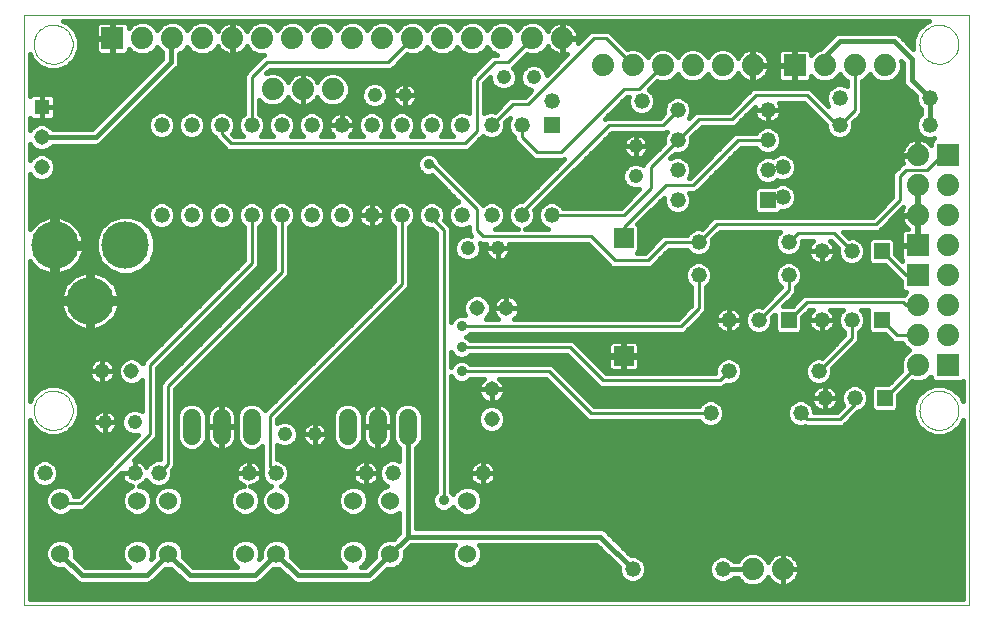
<source format=gbl>
G75*
G70*
%OFA0B0*%
%FSLAX24Y24*%
%IPPOS*%
%LPD*%
%AMOC8*
5,1,8,0,0,1.08239X$1,22.5*
%
%ADD10C,0.0000*%
%ADD11R,0.0520X0.0520*%
%ADD12C,0.0520*%
%ADD13R,0.0650X0.0650*%
%ADD14C,0.0740*%
%ADD15C,0.0476*%
%ADD16C,0.0600*%
%ADD17C,0.0515*%
%ADD18C,0.1580*%
%ADD19R,0.0740X0.0740*%
%ADD20C,0.0600*%
%ADD21R,0.0515X0.0515*%
%ADD22C,0.0160*%
%ADD23C,0.0356*%
%ADD24C,0.0100*%
D10*
X002510Y000181D02*
X002510Y019866D01*
X034006Y019866D01*
X034006Y000181D01*
X002510Y000181D01*
X002844Y006677D02*
X002846Y006727D01*
X002852Y006777D01*
X002862Y006827D01*
X002875Y006875D01*
X002892Y006923D01*
X002913Y006969D01*
X002937Y007013D01*
X002965Y007055D01*
X002996Y007095D01*
X003030Y007132D01*
X003067Y007167D01*
X003106Y007198D01*
X003147Y007227D01*
X003191Y007252D01*
X003237Y007274D01*
X003284Y007292D01*
X003332Y007306D01*
X003381Y007317D01*
X003431Y007324D01*
X003481Y007327D01*
X003532Y007326D01*
X003582Y007321D01*
X003632Y007312D01*
X003680Y007300D01*
X003728Y007283D01*
X003774Y007263D01*
X003819Y007240D01*
X003862Y007213D01*
X003902Y007183D01*
X003940Y007150D01*
X003975Y007114D01*
X004008Y007075D01*
X004037Y007034D01*
X004063Y006991D01*
X004086Y006946D01*
X004105Y006899D01*
X004120Y006851D01*
X004132Y006802D01*
X004140Y006752D01*
X004144Y006702D01*
X004144Y006652D01*
X004140Y006602D01*
X004132Y006552D01*
X004120Y006503D01*
X004105Y006455D01*
X004086Y006408D01*
X004063Y006363D01*
X004037Y006320D01*
X004008Y006279D01*
X003975Y006240D01*
X003940Y006204D01*
X003902Y006171D01*
X003862Y006141D01*
X003819Y006114D01*
X003774Y006091D01*
X003728Y006071D01*
X003680Y006054D01*
X003632Y006042D01*
X003582Y006033D01*
X003532Y006028D01*
X003481Y006027D01*
X003431Y006030D01*
X003381Y006037D01*
X003332Y006048D01*
X003284Y006062D01*
X003237Y006080D01*
X003191Y006102D01*
X003147Y006127D01*
X003106Y006156D01*
X003067Y006187D01*
X003030Y006222D01*
X002996Y006259D01*
X002965Y006299D01*
X002937Y006341D01*
X002913Y006385D01*
X002892Y006431D01*
X002875Y006479D01*
X002862Y006527D01*
X002852Y006577D01*
X002846Y006627D01*
X002844Y006677D01*
X002844Y018882D02*
X002846Y018932D01*
X002852Y018982D01*
X002862Y019032D01*
X002875Y019080D01*
X002892Y019128D01*
X002913Y019174D01*
X002937Y019218D01*
X002965Y019260D01*
X002996Y019300D01*
X003030Y019337D01*
X003067Y019372D01*
X003106Y019403D01*
X003147Y019432D01*
X003191Y019457D01*
X003237Y019479D01*
X003284Y019497D01*
X003332Y019511D01*
X003381Y019522D01*
X003431Y019529D01*
X003481Y019532D01*
X003532Y019531D01*
X003582Y019526D01*
X003632Y019517D01*
X003680Y019505D01*
X003728Y019488D01*
X003774Y019468D01*
X003819Y019445D01*
X003862Y019418D01*
X003902Y019388D01*
X003940Y019355D01*
X003975Y019319D01*
X004008Y019280D01*
X004037Y019239D01*
X004063Y019196D01*
X004086Y019151D01*
X004105Y019104D01*
X004120Y019056D01*
X004132Y019007D01*
X004140Y018957D01*
X004144Y018907D01*
X004144Y018857D01*
X004140Y018807D01*
X004132Y018757D01*
X004120Y018708D01*
X004105Y018660D01*
X004086Y018613D01*
X004063Y018568D01*
X004037Y018525D01*
X004008Y018484D01*
X003975Y018445D01*
X003940Y018409D01*
X003902Y018376D01*
X003862Y018346D01*
X003819Y018319D01*
X003774Y018296D01*
X003728Y018276D01*
X003680Y018259D01*
X003632Y018247D01*
X003582Y018238D01*
X003532Y018233D01*
X003481Y018232D01*
X003431Y018235D01*
X003381Y018242D01*
X003332Y018253D01*
X003284Y018267D01*
X003237Y018285D01*
X003191Y018307D01*
X003147Y018332D01*
X003106Y018361D01*
X003067Y018392D01*
X003030Y018427D01*
X002996Y018464D01*
X002965Y018504D01*
X002937Y018546D01*
X002913Y018590D01*
X002892Y018636D01*
X002875Y018684D01*
X002862Y018732D01*
X002852Y018782D01*
X002846Y018832D01*
X002844Y018882D01*
X032371Y018882D02*
X032373Y018932D01*
X032379Y018982D01*
X032389Y019032D01*
X032402Y019080D01*
X032419Y019128D01*
X032440Y019174D01*
X032464Y019218D01*
X032492Y019260D01*
X032523Y019300D01*
X032557Y019337D01*
X032594Y019372D01*
X032633Y019403D01*
X032674Y019432D01*
X032718Y019457D01*
X032764Y019479D01*
X032811Y019497D01*
X032859Y019511D01*
X032908Y019522D01*
X032958Y019529D01*
X033008Y019532D01*
X033059Y019531D01*
X033109Y019526D01*
X033159Y019517D01*
X033207Y019505D01*
X033255Y019488D01*
X033301Y019468D01*
X033346Y019445D01*
X033389Y019418D01*
X033429Y019388D01*
X033467Y019355D01*
X033502Y019319D01*
X033535Y019280D01*
X033564Y019239D01*
X033590Y019196D01*
X033613Y019151D01*
X033632Y019104D01*
X033647Y019056D01*
X033659Y019007D01*
X033667Y018957D01*
X033671Y018907D01*
X033671Y018857D01*
X033667Y018807D01*
X033659Y018757D01*
X033647Y018708D01*
X033632Y018660D01*
X033613Y018613D01*
X033590Y018568D01*
X033564Y018525D01*
X033535Y018484D01*
X033502Y018445D01*
X033467Y018409D01*
X033429Y018376D01*
X033389Y018346D01*
X033346Y018319D01*
X033301Y018296D01*
X033255Y018276D01*
X033207Y018259D01*
X033159Y018247D01*
X033109Y018238D01*
X033059Y018233D01*
X033008Y018232D01*
X032958Y018235D01*
X032908Y018242D01*
X032859Y018253D01*
X032811Y018267D01*
X032764Y018285D01*
X032718Y018307D01*
X032674Y018332D01*
X032633Y018361D01*
X032594Y018392D01*
X032557Y018427D01*
X032523Y018464D01*
X032492Y018504D01*
X032464Y018546D01*
X032440Y018590D01*
X032419Y018636D01*
X032402Y018684D01*
X032389Y018732D01*
X032379Y018782D01*
X032373Y018832D01*
X032371Y018882D01*
X032371Y006677D02*
X032373Y006727D01*
X032379Y006777D01*
X032389Y006827D01*
X032402Y006875D01*
X032419Y006923D01*
X032440Y006969D01*
X032464Y007013D01*
X032492Y007055D01*
X032523Y007095D01*
X032557Y007132D01*
X032594Y007167D01*
X032633Y007198D01*
X032674Y007227D01*
X032718Y007252D01*
X032764Y007274D01*
X032811Y007292D01*
X032859Y007306D01*
X032908Y007317D01*
X032958Y007324D01*
X033008Y007327D01*
X033059Y007326D01*
X033109Y007321D01*
X033159Y007312D01*
X033207Y007300D01*
X033255Y007283D01*
X033301Y007263D01*
X033346Y007240D01*
X033389Y007213D01*
X033429Y007183D01*
X033467Y007150D01*
X033502Y007114D01*
X033535Y007075D01*
X033564Y007034D01*
X033590Y006991D01*
X033613Y006946D01*
X033632Y006899D01*
X033647Y006851D01*
X033659Y006802D01*
X033667Y006752D01*
X033671Y006702D01*
X033671Y006652D01*
X033667Y006602D01*
X033659Y006552D01*
X033647Y006503D01*
X033632Y006455D01*
X033613Y006408D01*
X033590Y006363D01*
X033564Y006320D01*
X033535Y006279D01*
X033502Y006240D01*
X033467Y006204D01*
X033429Y006171D01*
X033389Y006141D01*
X033346Y006114D01*
X033301Y006091D01*
X033255Y006071D01*
X033207Y006054D01*
X033159Y006042D01*
X033109Y006033D01*
X033059Y006028D01*
X033008Y006027D01*
X032958Y006030D01*
X032908Y006037D01*
X032859Y006048D01*
X032811Y006062D01*
X032764Y006080D01*
X032718Y006102D01*
X032674Y006127D01*
X032633Y006156D01*
X032594Y006187D01*
X032557Y006222D01*
X032523Y006259D01*
X032492Y006299D01*
X032464Y006341D01*
X032440Y006385D01*
X032419Y006431D01*
X032402Y006479D01*
X032389Y006527D01*
X032379Y006577D01*
X032373Y006627D01*
X032371Y006677D01*
D11*
X031210Y007081D03*
X031110Y009681D03*
X028010Y009681D03*
X031110Y011981D03*
X027310Y013681D03*
X020110Y016181D03*
D12*
X019110Y016181D03*
X018110Y016181D03*
X017110Y016181D03*
X016110Y016181D03*
X015110Y016181D03*
X014110Y016181D03*
X013110Y016181D03*
X012110Y016181D03*
X011110Y016181D03*
X010110Y016181D03*
X009110Y016181D03*
X008110Y016181D03*
X007110Y016181D03*
X007110Y013181D03*
X008110Y013181D03*
X009110Y013181D03*
X010110Y013181D03*
X011110Y013181D03*
X012110Y013181D03*
X013110Y013181D03*
X014110Y013181D03*
X015110Y013181D03*
X016110Y013181D03*
X017110Y013181D03*
X018110Y013181D03*
X019110Y013181D03*
X020110Y013181D03*
X024310Y013681D03*
X024310Y014681D03*
X024310Y015681D03*
X024310Y016681D03*
X023110Y016981D03*
X020110Y016981D03*
X027310Y016681D03*
X027310Y015681D03*
X027810Y014781D03*
X027310Y014681D03*
X027810Y013781D03*
X028010Y012281D03*
X029110Y011981D03*
X030110Y011981D03*
X028010Y011181D03*
X027010Y009681D03*
X026010Y009681D03*
X025010Y011181D03*
X025010Y012281D03*
X029110Y009681D03*
X030110Y009681D03*
X029010Y007981D03*
X029210Y007081D03*
X028410Y006581D03*
X030210Y007081D03*
X026010Y007981D03*
X025410Y006581D03*
X017810Y004581D03*
X014810Y004581D03*
X013910Y004581D03*
X010910Y004581D03*
X010010Y004581D03*
X007010Y004581D03*
X006210Y004581D03*
X003210Y004581D03*
X022810Y001381D03*
X025810Y001381D03*
X029710Y016181D03*
X029710Y017081D03*
X032710Y017081D03*
X032710Y016181D03*
D13*
X022510Y012418D03*
X022510Y008481D03*
D14*
X032310Y008181D03*
X032310Y009181D03*
X033310Y009181D03*
X033310Y010181D03*
X032310Y010181D03*
X033310Y011181D03*
X033310Y012181D03*
X033310Y013181D03*
X032310Y013181D03*
X032310Y014181D03*
X033310Y014181D03*
X032310Y015181D03*
X031210Y018181D03*
X030210Y018181D03*
X029210Y018181D03*
X026810Y018181D03*
X025810Y018181D03*
X024810Y018181D03*
X023810Y018181D03*
X022810Y018181D03*
X021810Y018181D03*
X020462Y019079D03*
X019462Y019079D03*
X018462Y019079D03*
X017462Y019079D03*
X016462Y019079D03*
X015462Y019079D03*
X014462Y019079D03*
X013462Y019079D03*
X012462Y019079D03*
X011462Y019079D03*
X010462Y019079D03*
X009462Y019079D03*
X008462Y019079D03*
X007462Y019079D03*
X006462Y019079D03*
X010810Y017381D03*
X011810Y017381D03*
X012810Y017381D03*
X026810Y001381D03*
X027810Y001381D03*
D15*
X012210Y005881D03*
X011210Y005881D03*
X006210Y006281D03*
X005210Y006281D03*
X017310Y012081D03*
X018310Y012081D03*
X022910Y014481D03*
X022910Y015481D03*
X019510Y017781D03*
X018510Y017781D03*
X015210Y017181D03*
X014210Y017181D03*
D16*
X014310Y006431D02*
X014310Y005831D01*
X015310Y005831D02*
X015310Y006431D01*
X013310Y006431D02*
X013310Y005831D01*
X010110Y005831D02*
X010110Y006431D01*
X009110Y006431D02*
X009110Y005831D01*
X008110Y005831D02*
X008110Y006431D01*
D17*
X006102Y007981D03*
X005117Y007981D03*
X003110Y014781D03*
X003110Y015781D03*
X017617Y010081D03*
X018602Y010081D03*
X018110Y007374D03*
X018110Y006389D03*
D18*
X005903Y012181D03*
X003541Y012181D03*
X004722Y010331D03*
D19*
X005462Y019079D03*
X028210Y018181D03*
X033310Y015181D03*
X032310Y012181D03*
X032310Y011181D03*
X033310Y008181D03*
D20*
X017290Y003671D03*
X014730Y003671D03*
X013490Y003671D03*
X010930Y003671D03*
X009890Y003671D03*
X007330Y003671D03*
X006290Y003671D03*
X003730Y003671D03*
X003730Y001891D03*
X006290Y001891D03*
X007330Y001891D03*
X009890Y001891D03*
X010930Y001891D03*
X013490Y001891D03*
X014730Y001891D03*
X017290Y001891D03*
D21*
X003110Y016781D03*
D22*
X003110Y016782D01*
X003109Y016782D01*
X003109Y017219D01*
X002778Y017219D01*
X002710Y017151D01*
X002710Y018555D01*
X002773Y018401D01*
X003012Y018162D01*
X003325Y018032D01*
X003663Y018032D01*
X003975Y018162D01*
X004214Y018401D01*
X004344Y018713D01*
X004344Y019051D01*
X004214Y019364D01*
X003975Y019603D01*
X003821Y019666D01*
X032694Y019666D01*
X032540Y019603D01*
X032301Y019364D01*
X032171Y019051D01*
X032171Y018715D01*
X031747Y019140D01*
X031668Y019219D01*
X031565Y019261D01*
X029765Y019261D01*
X029654Y019261D01*
X029551Y019219D01*
X029075Y018742D01*
X028887Y018665D01*
X028760Y018537D01*
X028760Y018626D01*
X028654Y018731D01*
X028230Y018731D01*
X028190Y018731D01*
X027765Y018731D01*
X026920Y018731D01*
X026919Y018731D02*
X026830Y018731D01*
X026790Y018731D01*
X026700Y018731D01*
X026498Y018648D01*
X026343Y018493D01*
X026320Y018438D01*
X026293Y018504D01*
X026132Y018665D01*
X025923Y018751D01*
X025696Y018751D01*
X025487Y018665D01*
X025326Y018504D01*
X025310Y018464D01*
X025293Y018504D01*
X025132Y018665D01*
X024923Y018751D01*
X024696Y018751D01*
X024487Y018665D01*
X024326Y018504D01*
X024310Y018464D01*
X024293Y018504D01*
X024132Y018665D01*
X023923Y018751D01*
X023696Y018751D01*
X023487Y018665D01*
X023326Y018504D01*
X023310Y018464D01*
X023293Y018504D01*
X023132Y018665D01*
X022923Y018751D01*
X022696Y018751D01*
X022623Y018721D01*
X022051Y019293D01*
X021959Y019331D01*
X021860Y019331D01*
X021460Y019331D01*
X021368Y019293D01*
X021298Y019223D01*
X020990Y018915D01*
X021012Y018970D01*
X021012Y019059D01*
X020483Y019059D01*
X020483Y019099D01*
X021012Y019099D01*
X021012Y019188D01*
X020929Y019391D01*
X020774Y019545D01*
X020572Y019629D01*
X020482Y019629D01*
X020482Y019099D01*
X020442Y019099D01*
X020442Y019629D01*
X020353Y019629D01*
X020151Y019545D01*
X019996Y019391D01*
X019973Y019335D01*
X019946Y019402D01*
X019785Y019562D01*
X019576Y019649D01*
X019349Y019649D01*
X019139Y019562D01*
X018979Y019402D01*
X018962Y019361D01*
X018946Y019402D01*
X018785Y019562D01*
X018576Y019649D01*
X018349Y019649D01*
X018139Y019562D01*
X017979Y019402D01*
X017962Y019361D01*
X017946Y019402D01*
X017785Y019562D01*
X017576Y019649D01*
X017349Y019649D01*
X017139Y019562D01*
X016979Y019402D01*
X016962Y019361D01*
X016946Y019402D01*
X016785Y019562D01*
X016576Y019649D01*
X016349Y019649D01*
X016139Y019562D01*
X015979Y019402D01*
X015962Y019361D01*
X015946Y019402D01*
X015785Y019562D01*
X015576Y019649D01*
X015349Y019649D01*
X015139Y019562D01*
X014979Y019402D01*
X014962Y019361D01*
X014946Y019402D01*
X014785Y019562D01*
X014576Y019649D01*
X014349Y019649D01*
X014139Y019562D01*
X013979Y019402D01*
X013962Y019361D01*
X013946Y019402D01*
X013785Y019562D01*
X013576Y019649D01*
X013349Y019649D01*
X013139Y019562D01*
X012979Y019402D01*
X012962Y019361D01*
X012946Y019402D01*
X012785Y019562D01*
X012576Y019649D01*
X012349Y019649D01*
X012139Y019562D01*
X011979Y019402D01*
X011962Y019361D01*
X011946Y019402D01*
X011785Y019562D01*
X011576Y019649D01*
X011349Y019649D01*
X011139Y019562D01*
X010979Y019402D01*
X010962Y019361D01*
X010946Y019402D01*
X010785Y019562D01*
X010576Y019649D01*
X010349Y019649D01*
X010139Y019562D01*
X009979Y019402D01*
X009951Y019335D01*
X009929Y019391D01*
X009774Y019545D01*
X009572Y019629D01*
X009482Y019629D01*
X009482Y019099D01*
X009442Y019099D01*
X009442Y019629D01*
X009353Y019629D01*
X009151Y019545D01*
X008996Y019391D01*
X008973Y019335D01*
X008946Y019402D01*
X008785Y019562D01*
X008576Y019649D01*
X008349Y019649D01*
X008139Y019562D01*
X007979Y019402D01*
X007962Y019361D01*
X007946Y019402D01*
X007785Y019562D01*
X007576Y019649D01*
X007349Y019649D01*
X007139Y019562D01*
X006979Y019402D01*
X006962Y019361D01*
X006946Y019402D01*
X006785Y019562D01*
X006576Y019649D01*
X006349Y019649D01*
X006139Y019562D01*
X006012Y019435D01*
X006012Y019524D01*
X006101Y019524D01*
X006012Y019524D02*
X005907Y019629D01*
X005482Y019629D01*
X005482Y019099D01*
X005442Y019099D01*
X005442Y019059D01*
X004912Y019059D01*
X004912Y018634D01*
X005018Y018529D01*
X005442Y018529D01*
X005442Y019059D01*
X005482Y019059D01*
X005482Y018529D01*
X005907Y018529D01*
X006012Y018634D01*
X006012Y018723D01*
X006139Y018596D01*
X006349Y018509D01*
X006576Y018509D01*
X006785Y018596D01*
X006946Y018756D01*
X006962Y018797D01*
X006979Y018756D01*
X007130Y018606D01*
X007130Y018397D01*
X004794Y016061D01*
X003477Y016061D01*
X003369Y016169D01*
X003201Y016239D01*
X003019Y016239D01*
X002850Y016169D01*
X002722Y016041D01*
X002710Y016011D01*
X002710Y016412D01*
X002778Y016344D01*
X003109Y016344D01*
X003109Y016781D01*
X003110Y016781D01*
X003547Y016781D01*
X003547Y016449D01*
X003442Y016344D01*
X003110Y016344D01*
X003110Y016781D01*
X003110Y016782D02*
X003547Y016782D01*
X003547Y017113D01*
X003442Y017219D01*
X003110Y017219D01*
X003110Y016782D01*
X003109Y016828D02*
X003110Y016828D01*
X003109Y016670D02*
X003110Y016670D01*
X003109Y016511D02*
X003110Y016511D01*
X003109Y016353D02*
X003110Y016353D01*
X003308Y016194D02*
X004927Y016194D01*
X005085Y016353D02*
X003451Y016353D01*
X003547Y016511D02*
X005244Y016511D01*
X005402Y016670D02*
X003547Y016670D01*
X003547Y016828D02*
X005561Y016828D01*
X005719Y016987D02*
X003547Y016987D01*
X003515Y017146D02*
X005878Y017146D01*
X006036Y017304D02*
X002710Y017304D01*
X002710Y017463D02*
X006195Y017463D01*
X006353Y017621D02*
X002710Y017621D01*
X002710Y017780D02*
X006512Y017780D01*
X006671Y017938D02*
X002710Y017938D01*
X002710Y018097D02*
X003169Y018097D01*
X002919Y018255D02*
X002710Y018255D01*
X002710Y018414D02*
X002768Y018414D01*
X003819Y018097D02*
X006829Y018097D01*
X006988Y018255D02*
X004069Y018255D01*
X004220Y018414D02*
X007130Y018414D01*
X007130Y018572D02*
X006729Y018572D01*
X006920Y018731D02*
X007004Y018731D01*
X007410Y019026D02*
X007462Y019079D01*
X007410Y019026D02*
X007410Y018281D01*
X004910Y015781D01*
X003110Y015781D01*
X003477Y015501D02*
X004854Y015501D01*
X004965Y015501D01*
X005068Y015544D01*
X007568Y018044D01*
X007647Y018123D01*
X007690Y018226D01*
X007690Y018556D01*
X007785Y018596D01*
X007946Y018756D01*
X007962Y018797D01*
X007979Y018756D01*
X008139Y018596D01*
X008349Y018509D01*
X008576Y018509D01*
X008785Y018596D01*
X008946Y018756D01*
X008973Y018823D01*
X008996Y018767D01*
X009151Y018613D01*
X009353Y018529D01*
X009442Y018529D01*
X009442Y019059D01*
X009482Y019059D01*
X009482Y018529D01*
X009572Y018529D01*
X009774Y018613D01*
X009929Y018767D01*
X009951Y018823D01*
X009979Y018756D01*
X010139Y018596D01*
X010349Y018509D01*
X010506Y018509D01*
X010468Y018493D01*
X010398Y018423D01*
X009898Y017923D01*
X009860Y017831D01*
X009860Y017732D01*
X009860Y016576D01*
X009849Y016571D01*
X009720Y016442D01*
X009650Y016273D01*
X009650Y016090D01*
X009720Y015921D01*
X009809Y015831D01*
X009513Y015831D01*
X009462Y015883D01*
X009500Y015921D01*
X009570Y016090D01*
X009570Y016273D01*
X009500Y016442D01*
X009370Y016571D01*
X009201Y016641D01*
X009018Y016641D01*
X008849Y016571D01*
X008720Y016442D01*
X008650Y016273D01*
X008650Y016090D01*
X008720Y015921D01*
X008849Y015791D01*
X008882Y015778D01*
X008898Y015740D01*
X009198Y015440D01*
X009268Y015369D01*
X009360Y015331D01*
X017160Y015331D01*
X017259Y015331D01*
X017351Y015369D01*
X017751Y015769D01*
X017811Y015829D01*
X017849Y015791D01*
X018018Y015721D01*
X018201Y015721D01*
X018370Y015791D01*
X018500Y015921D01*
X018570Y016090D01*
X018570Y016273D01*
X018565Y016284D01*
X018717Y016435D01*
X018650Y016273D01*
X018650Y016090D01*
X018720Y015921D01*
X018849Y015791D01*
X018860Y015787D01*
X018860Y015732D01*
X018898Y015640D01*
X019398Y015140D01*
X019468Y015069D01*
X019560Y015031D01*
X020360Y015031D01*
X020459Y015031D01*
X020539Y015065D01*
X019116Y013641D01*
X019018Y013641D01*
X018849Y013571D01*
X018720Y013442D01*
X018650Y013273D01*
X018650Y013090D01*
X018720Y012921D01*
X018849Y012791D01*
X018994Y012731D01*
X018225Y012731D01*
X018370Y012791D01*
X018500Y012921D01*
X018570Y013090D01*
X018570Y013273D01*
X018500Y013442D01*
X018370Y013571D01*
X018201Y013641D01*
X018018Y013641D01*
X017849Y013571D01*
X017811Y013533D01*
X017751Y013593D01*
X016388Y014957D01*
X016330Y015096D01*
X016224Y015202D01*
X016085Y015259D01*
X015934Y015259D01*
X015795Y015202D01*
X015689Y015096D01*
X015631Y014957D01*
X015631Y014806D01*
X015689Y014667D01*
X015795Y014561D01*
X015934Y014503D01*
X016085Y014503D01*
X016120Y014518D01*
X017003Y013635D01*
X016849Y013571D01*
X016720Y013442D01*
X016650Y013273D01*
X016650Y013090D01*
X016720Y012921D01*
X016849Y012791D01*
X017018Y012721D01*
X017201Y012721D01*
X017360Y012787D01*
X017360Y012731D01*
X017360Y012632D01*
X017398Y012540D01*
X017434Y012504D01*
X017397Y012519D01*
X017222Y012519D01*
X017062Y012453D01*
X016938Y012329D01*
X016872Y012169D01*
X016872Y011994D01*
X016938Y011833D01*
X017062Y011710D01*
X017222Y011644D01*
X017397Y011644D01*
X017558Y011710D01*
X017681Y011833D01*
X017747Y011994D01*
X017747Y012169D01*
X017713Y012251D01*
X017760Y012231D01*
X017920Y012231D01*
X017892Y012165D01*
X017892Y012082D01*
X018309Y012082D01*
X018309Y012081D01*
X017892Y012081D01*
X017892Y011998D01*
X017955Y011845D01*
X018073Y011727D01*
X018226Y011664D01*
X018309Y011664D01*
X018309Y012081D01*
X018310Y012081D01*
X018310Y012082D01*
X018727Y012082D01*
X018727Y012165D01*
X018700Y012231D01*
X021307Y012231D01*
X021306Y012231D02*
X021998Y011540D01*
X022068Y011469D01*
X022160Y011431D01*
X023260Y011431D01*
X023359Y011431D01*
X023451Y011469D01*
X024013Y012031D01*
X024615Y012031D01*
X024620Y012021D01*
X024749Y011891D01*
X024918Y011821D01*
X025101Y011821D01*
X025270Y011891D01*
X025400Y012021D01*
X025470Y012190D01*
X025470Y012373D01*
X025465Y012384D01*
X025713Y012631D01*
X027709Y012631D01*
X027620Y012542D01*
X027550Y012373D01*
X027550Y012190D01*
X027620Y012021D01*
X027749Y011891D01*
X027918Y011821D01*
X028101Y011821D01*
X028270Y011891D01*
X028400Y012021D01*
X028470Y012190D01*
X028470Y012331D01*
X028837Y012331D01*
X028737Y012231D01*
X028470Y012231D01*
X028421Y012072D02*
X028671Y012072D01*
X028670Y012069D02*
X028670Y011982D01*
X029109Y011982D01*
X029109Y011981D01*
X028670Y011981D01*
X028670Y011894D01*
X028737Y011732D01*
X028860Y011608D01*
X029022Y011541D01*
X029109Y011541D01*
X029109Y011981D01*
X029110Y011981D01*
X029110Y011982D01*
X029550Y011982D01*
X029550Y012069D01*
X029483Y012231D01*
X029507Y012231D01*
X029483Y012231D02*
X029382Y012331D01*
X029406Y012331D01*
X029654Y012084D01*
X029650Y012073D01*
X029650Y011890D01*
X029720Y011721D01*
X029849Y011591D01*
X030018Y011521D01*
X030201Y011521D01*
X030370Y011591D01*
X030500Y011721D01*
X030570Y011890D01*
X030570Y012073D01*
X030500Y012242D01*
X030370Y012371D01*
X030201Y012441D01*
X030018Y012441D01*
X030007Y012437D01*
X029813Y012631D01*
X030860Y012631D01*
X030959Y012631D01*
X031051Y012669D01*
X031821Y013440D01*
X031760Y013291D01*
X031760Y013201D01*
X032289Y013201D01*
X032289Y013161D01*
X031760Y013161D01*
X031760Y013072D01*
X031843Y012870D01*
X031982Y012731D01*
X031865Y012731D01*
X031760Y012626D01*
X031760Y012201D01*
X032289Y012201D01*
X032289Y012161D01*
X031760Y012161D01*
X031760Y011737D01*
X031801Y011696D01*
X031775Y011670D01*
X031570Y011875D01*
X031570Y012324D01*
X031452Y012441D01*
X030767Y012441D01*
X030650Y012324D01*
X030650Y011639D01*
X030767Y011521D01*
X031216Y011521D01*
X031698Y011040D01*
X031740Y010998D01*
X031740Y010729D01*
X031857Y010611D01*
X031934Y010611D01*
X031853Y010531D01*
X031760Y010531D01*
X028560Y010531D01*
X028468Y010493D01*
X028398Y010423D01*
X028116Y010141D01*
X027823Y010141D01*
X028151Y010469D01*
X028221Y010540D01*
X028260Y010632D01*
X028260Y010787D01*
X028270Y010791D01*
X028400Y010921D01*
X028470Y011090D01*
X028470Y011273D01*
X028400Y011442D01*
X028270Y011571D01*
X028101Y011641D01*
X027918Y011641D01*
X027749Y011571D01*
X027620Y011442D01*
X027550Y011273D01*
X027550Y011090D01*
X027620Y010921D01*
X027749Y010791D01*
X027760Y010787D01*
X027760Y010785D01*
X027112Y010137D01*
X027101Y010141D01*
X026918Y010141D01*
X026749Y010071D01*
X026620Y009942D01*
X026550Y009773D01*
X026550Y009590D01*
X026620Y009421D01*
X026749Y009291D01*
X026918Y009221D01*
X027101Y009221D01*
X027270Y009291D01*
X027400Y009421D01*
X027470Y009590D01*
X027470Y009773D01*
X027465Y009784D01*
X027550Y009868D01*
X027550Y009339D01*
X027667Y009221D01*
X028352Y009221D01*
X028470Y009339D01*
X028470Y009788D01*
X028713Y010031D01*
X028837Y010031D01*
X028737Y009931D01*
X028670Y009769D01*
X028670Y009682D01*
X029109Y009682D01*
X029109Y009681D01*
X028670Y009681D01*
X028670Y009594D01*
X028737Y009432D01*
X028860Y009308D01*
X029022Y009241D01*
X029109Y009241D01*
X029109Y009681D01*
X029110Y009681D01*
X029110Y009682D01*
X029550Y009682D01*
X029550Y009769D01*
X029483Y009931D01*
X029382Y010031D01*
X029809Y010031D01*
X029720Y009942D01*
X029650Y009773D01*
X029650Y009590D01*
X029720Y009421D01*
X029849Y009291D01*
X029860Y009287D01*
X029860Y009185D01*
X029112Y008437D01*
X029101Y008441D01*
X028918Y008441D01*
X028749Y008371D01*
X028620Y008242D01*
X028550Y008073D01*
X028550Y007890D01*
X028620Y007721D01*
X028749Y007591D01*
X028918Y007521D01*
X029101Y007521D01*
X029270Y007591D01*
X029400Y007721D01*
X029470Y007890D01*
X029470Y008073D01*
X029465Y008084D01*
X030321Y008940D01*
X030360Y009032D01*
X030360Y009131D01*
X030360Y009287D01*
X030370Y009291D01*
X030500Y009421D01*
X030570Y009590D01*
X030570Y009773D01*
X030500Y009942D01*
X030410Y010031D01*
X030657Y010031D01*
X030650Y010024D01*
X030650Y009339D01*
X030767Y009221D01*
X031216Y009221D01*
X031398Y009040D01*
X031398Y009040D01*
X031468Y008969D01*
X031560Y008931D01*
X031796Y008931D01*
X031826Y008859D01*
X031987Y008698D01*
X032027Y008681D01*
X031987Y008665D01*
X031826Y008504D01*
X031740Y008295D01*
X031740Y008068D01*
X031770Y007995D01*
X031316Y007541D01*
X030867Y007541D01*
X030750Y007424D01*
X030750Y006739D01*
X030867Y006621D01*
X031552Y006621D01*
X031670Y006739D01*
X031670Y007188D01*
X032123Y007642D01*
X032196Y007611D01*
X032423Y007611D01*
X032632Y007698D01*
X032740Y007805D01*
X032740Y007729D01*
X032857Y007611D01*
X033762Y007611D01*
X033806Y007655D01*
X033806Y007005D01*
X033742Y007159D01*
X033503Y007398D01*
X033190Y007527D01*
X032852Y007527D01*
X032540Y007398D01*
X032301Y007159D01*
X032171Y006847D01*
X032171Y006508D01*
X032301Y006196D01*
X032540Y005957D01*
X032852Y005827D01*
X033190Y005827D01*
X033503Y005957D01*
X033742Y006196D01*
X033806Y006350D01*
X033806Y000381D01*
X002710Y000381D01*
X002710Y006350D01*
X002773Y006196D01*
X003012Y005957D01*
X003325Y005827D01*
X003663Y005827D01*
X003975Y005957D01*
X004214Y006196D01*
X004344Y006508D01*
X004344Y006847D01*
X004214Y007159D01*
X003975Y007398D01*
X003663Y007527D01*
X003325Y007527D01*
X003012Y007398D01*
X002773Y007159D01*
X002710Y007005D01*
X002710Y011654D01*
X002719Y011632D01*
X002992Y011359D01*
X003348Y011211D01*
X003461Y011211D01*
X003461Y012101D01*
X003621Y012101D01*
X003621Y011211D01*
X003734Y011211D01*
X004091Y011359D01*
X004363Y011632D01*
X004511Y011988D01*
X004511Y012101D01*
X003621Y012101D01*
X003621Y012261D01*
X004511Y012261D01*
X004511Y012374D01*
X004363Y012731D01*
X004091Y013004D01*
X003734Y013151D01*
X003621Y013151D01*
X003621Y012262D01*
X003461Y012262D01*
X003461Y013151D01*
X003348Y013151D01*
X002992Y013004D01*
X002719Y012731D01*
X002710Y012709D01*
X002710Y014552D01*
X002722Y014522D01*
X002850Y014394D01*
X003019Y014324D01*
X003201Y014324D01*
X003369Y014394D01*
X003497Y014522D01*
X003567Y014690D01*
X003567Y014872D01*
X003497Y015041D01*
X003369Y015169D01*
X003201Y015239D01*
X003019Y015239D01*
X002850Y015169D01*
X002722Y015041D01*
X002710Y015011D01*
X002710Y015552D01*
X002722Y015522D01*
X002850Y015394D01*
X003019Y015324D01*
X003201Y015324D01*
X003369Y015394D01*
X003477Y015501D01*
X003377Y015402D02*
X009236Y015402D01*
X009077Y015560D02*
X005084Y015560D01*
X005243Y015719D02*
X008919Y015719D01*
X008763Y015877D02*
X008456Y015877D01*
X008500Y015921D02*
X008370Y015791D01*
X008201Y015721D01*
X008018Y015721D01*
X007849Y015791D01*
X007720Y015921D01*
X007650Y016090D01*
X007650Y016273D01*
X007720Y016442D01*
X007849Y016571D01*
X008018Y016641D01*
X008201Y016641D01*
X008370Y016571D01*
X008500Y016442D01*
X008570Y016273D01*
X008570Y016090D01*
X008500Y015921D01*
X008547Y016036D02*
X008672Y016036D01*
X008650Y016194D02*
X008570Y016194D01*
X008536Y016353D02*
X008683Y016353D01*
X008789Y016511D02*
X008430Y016511D01*
X007789Y016511D02*
X007430Y016511D01*
X007370Y016571D02*
X007201Y016641D01*
X007018Y016641D01*
X006849Y016571D01*
X006720Y016442D01*
X006650Y016273D01*
X006650Y016090D01*
X006720Y015921D01*
X006849Y015791D01*
X007018Y015721D01*
X007201Y015721D01*
X007370Y015791D01*
X007500Y015921D01*
X007570Y016090D01*
X007570Y016273D01*
X007500Y016442D01*
X007370Y016571D01*
X007536Y016353D02*
X007683Y016353D01*
X007650Y016194D02*
X007570Y016194D01*
X007547Y016036D02*
X007672Y016036D01*
X007763Y015877D02*
X007456Y015877D01*
X006763Y015877D02*
X005401Y015877D01*
X005560Y016036D02*
X006672Y016036D01*
X006650Y016194D02*
X005718Y016194D01*
X005877Y016353D02*
X006683Y016353D01*
X006789Y016511D02*
X006036Y016511D01*
X006194Y016670D02*
X009860Y016670D01*
X009860Y016828D02*
X006353Y016828D01*
X006511Y016987D02*
X009860Y016987D01*
X009860Y017146D02*
X006670Y017146D01*
X006828Y017304D02*
X009860Y017304D01*
X009860Y017463D02*
X006987Y017463D01*
X007145Y017621D02*
X009860Y017621D01*
X009860Y017780D02*
X007304Y017780D01*
X007462Y017938D02*
X009913Y017938D01*
X010071Y018097D02*
X007621Y018097D01*
X007690Y018255D02*
X010230Y018255D01*
X010389Y018414D02*
X007690Y018414D01*
X007729Y018572D02*
X008196Y018572D01*
X008004Y018731D02*
X007920Y018731D01*
X008729Y018572D02*
X009248Y018572D01*
X009442Y018572D02*
X009482Y018572D01*
X009482Y018731D02*
X009442Y018731D01*
X009442Y018890D02*
X009482Y018890D01*
X009482Y019048D02*
X009442Y019048D01*
X009442Y019207D02*
X009482Y019207D01*
X009482Y019365D02*
X009442Y019365D01*
X009442Y019524D02*
X009482Y019524D01*
X009795Y019524D02*
X010101Y019524D01*
X009964Y019365D02*
X009939Y019365D01*
X009129Y019524D02*
X008824Y019524D01*
X008961Y019365D02*
X008986Y019365D01*
X009033Y018731D02*
X008920Y018731D01*
X009676Y018572D02*
X010196Y018572D01*
X010004Y018731D02*
X009892Y018731D01*
X010961Y019365D02*
X010964Y019365D01*
X011101Y019524D02*
X010824Y019524D01*
X011824Y019524D02*
X012101Y019524D01*
X011964Y019365D02*
X011961Y019365D01*
X012824Y019524D02*
X013101Y019524D01*
X012964Y019365D02*
X012961Y019365D01*
X013824Y019524D02*
X014101Y019524D01*
X013964Y019365D02*
X013961Y019365D01*
X014824Y019524D02*
X015101Y019524D01*
X014964Y019365D02*
X014961Y019365D01*
X015824Y019524D02*
X016101Y019524D01*
X015964Y019365D02*
X015961Y019365D01*
X015962Y018797D02*
X015979Y018756D01*
X016139Y018596D01*
X016349Y018509D01*
X016576Y018509D01*
X016785Y018596D01*
X016946Y018756D01*
X016962Y018797D01*
X016979Y018756D01*
X017139Y018596D01*
X017349Y018509D01*
X017576Y018509D01*
X017785Y018596D01*
X017946Y018756D01*
X017962Y018797D01*
X017979Y018756D01*
X018139Y018596D01*
X018295Y018531D01*
X018160Y018531D01*
X018068Y018493D01*
X017998Y018423D01*
X017398Y017823D01*
X017360Y017731D01*
X017360Y017632D01*
X017360Y016576D01*
X017201Y016641D01*
X017018Y016641D01*
X016849Y016571D01*
X016720Y016442D01*
X016650Y016273D01*
X016650Y016090D01*
X016720Y015921D01*
X016809Y015831D01*
X016410Y015831D01*
X016500Y015921D01*
X016570Y016090D01*
X016570Y016273D01*
X016500Y016442D01*
X016370Y016571D01*
X016201Y016641D01*
X016018Y016641D01*
X015849Y016571D01*
X015720Y016442D01*
X015650Y016273D01*
X015650Y016090D01*
X015720Y015921D01*
X015809Y015831D01*
X015410Y015831D01*
X015500Y015921D01*
X015570Y016090D01*
X015570Y016273D01*
X015500Y016442D01*
X015370Y016571D01*
X015201Y016641D01*
X015018Y016641D01*
X014849Y016571D01*
X014720Y016442D01*
X014650Y016273D01*
X014650Y016090D01*
X014720Y015921D01*
X014809Y015831D01*
X014410Y015831D01*
X014500Y015921D01*
X014570Y016090D01*
X014570Y016273D01*
X014500Y016442D01*
X014370Y016571D01*
X014201Y016641D01*
X014018Y016641D01*
X013849Y016571D01*
X013720Y016442D01*
X013650Y016273D01*
X013650Y016090D01*
X013720Y015921D01*
X013809Y015831D01*
X013382Y015831D01*
X013483Y015932D01*
X013550Y016094D01*
X013550Y016181D01*
X013110Y016181D01*
X013110Y016182D01*
X013109Y016182D01*
X013109Y016621D01*
X013022Y016621D01*
X012860Y016554D01*
X012737Y016431D01*
X012670Y016269D01*
X012670Y016182D01*
X013109Y016182D01*
X013109Y016181D01*
X012670Y016181D01*
X012670Y016094D01*
X012737Y015932D01*
X012837Y015831D01*
X012410Y015831D01*
X012500Y015921D01*
X012570Y016090D01*
X012570Y016273D01*
X012500Y016442D01*
X012370Y016571D01*
X012201Y016641D01*
X012018Y016641D01*
X011849Y016571D01*
X011720Y016442D01*
X011650Y016273D01*
X011650Y016090D01*
X011720Y015921D01*
X011809Y015831D01*
X011410Y015831D01*
X011500Y015921D01*
X011570Y016090D01*
X011570Y016273D01*
X011500Y016442D01*
X011370Y016571D01*
X011201Y016641D01*
X011018Y016641D01*
X010849Y016571D01*
X010720Y016442D01*
X010650Y016273D01*
X010650Y016090D01*
X010720Y015921D01*
X010809Y015831D01*
X010410Y015831D01*
X010500Y015921D01*
X010570Y016090D01*
X010570Y016273D01*
X010500Y016442D01*
X010370Y016571D01*
X010360Y016576D01*
X010360Y017025D01*
X010487Y016898D01*
X010696Y016811D01*
X010923Y016811D01*
X011132Y016898D01*
X011293Y017059D01*
X011320Y017125D01*
X011343Y017070D01*
X011498Y016915D01*
X011700Y016831D01*
X011809Y016831D01*
X011809Y017381D01*
X011810Y017381D01*
X011810Y016831D01*
X011919Y016831D01*
X012121Y016915D01*
X012276Y017070D01*
X012299Y017125D01*
X012326Y017059D01*
X012487Y016898D01*
X012696Y016811D01*
X012923Y016811D01*
X013132Y016898D01*
X013293Y017059D01*
X013380Y017268D01*
X013380Y017495D01*
X013293Y017704D01*
X013132Y017865D01*
X012923Y017951D01*
X012696Y017951D01*
X012487Y017865D01*
X012326Y017704D01*
X012299Y017638D01*
X012276Y017693D01*
X012121Y017848D01*
X011919Y017931D01*
X011810Y017931D01*
X011810Y017382D01*
X011809Y017382D01*
X011809Y017931D01*
X011700Y017931D01*
X011498Y017848D01*
X011343Y017693D01*
X011320Y017638D01*
X011293Y017704D01*
X011132Y017865D01*
X010923Y017951D01*
X010696Y017951D01*
X010588Y017907D01*
X010713Y018031D01*
X014615Y018031D01*
X014714Y018031D01*
X014806Y018069D01*
X015276Y018539D01*
X015349Y018509D01*
X015576Y018509D01*
X015785Y018596D01*
X015946Y018756D01*
X015962Y018797D01*
X015920Y018731D02*
X016004Y018731D01*
X016196Y018572D02*
X015729Y018572D01*
X015151Y018414D02*
X017989Y018414D01*
X017830Y018255D02*
X014992Y018255D01*
X014834Y018097D02*
X017671Y018097D01*
X017513Y017938D02*
X012955Y017938D01*
X012665Y017938D02*
X010955Y017938D01*
X010665Y017938D02*
X010620Y017938D01*
X011217Y017780D02*
X011430Y017780D01*
X011809Y017780D02*
X011810Y017780D01*
X011809Y017621D02*
X011810Y017621D01*
X011809Y017463D02*
X011810Y017463D01*
X011809Y017304D02*
X011810Y017304D01*
X011809Y017146D02*
X011810Y017146D01*
X011809Y016987D02*
X011810Y016987D01*
X012193Y016987D02*
X012398Y016987D01*
X012655Y016828D02*
X010964Y016828D01*
X011221Y016987D02*
X011426Y016987D01*
X011430Y016511D02*
X011789Y016511D01*
X011683Y016353D02*
X011536Y016353D01*
X011570Y016194D02*
X011650Y016194D01*
X011672Y016036D02*
X011547Y016036D01*
X011456Y015877D02*
X011763Y015877D01*
X012456Y015877D02*
X012792Y015877D01*
X012694Y016036D02*
X012547Y016036D01*
X012570Y016194D02*
X012670Y016194D01*
X012704Y016353D02*
X012536Y016353D01*
X012430Y016511D02*
X012817Y016511D01*
X013109Y016511D02*
X013110Y016511D01*
X013110Y016621D02*
X013110Y016182D01*
X013550Y016182D01*
X013550Y016269D01*
X013483Y016431D01*
X013359Y016554D01*
X013197Y016621D01*
X013110Y016621D01*
X012964Y016828D02*
X013943Y016828D01*
X013962Y016810D02*
X014122Y016744D01*
X014297Y016744D01*
X014458Y016810D01*
X014581Y016933D01*
X014647Y017094D01*
X014647Y017269D01*
X014581Y017429D01*
X014458Y017553D01*
X014297Y017619D01*
X014122Y017619D01*
X013962Y017553D01*
X013838Y017429D01*
X013772Y017269D01*
X013772Y017094D01*
X013838Y016933D01*
X013962Y016810D01*
X013816Y016987D02*
X013221Y016987D01*
X013329Y017146D02*
X013772Y017146D01*
X013787Y017304D02*
X013380Y017304D01*
X013380Y017463D02*
X013872Y017463D01*
X013327Y017621D02*
X017360Y017621D01*
X017360Y017463D02*
X015519Y017463D01*
X015564Y017418D02*
X015446Y017536D01*
X015293Y017599D01*
X015210Y017599D01*
X015210Y017182D01*
X015209Y017182D01*
X015209Y017599D01*
X015126Y017599D01*
X014973Y017536D01*
X014855Y017418D01*
X014792Y017265D01*
X014792Y017182D01*
X015209Y017182D01*
X015209Y017181D01*
X014792Y017181D01*
X014792Y017098D01*
X014855Y016945D01*
X014973Y016827D01*
X015126Y016764D01*
X015209Y016764D01*
X015209Y017181D01*
X015210Y017181D01*
X015210Y017182D01*
X015627Y017182D01*
X015627Y017265D01*
X015564Y017418D01*
X015611Y017304D02*
X017360Y017304D01*
X017360Y017146D02*
X015627Y017146D01*
X015627Y017181D02*
X015210Y017181D01*
X015210Y016764D01*
X015293Y016764D01*
X015446Y016827D01*
X015564Y016945D01*
X015627Y017098D01*
X015627Y017181D01*
X015581Y016987D02*
X017360Y016987D01*
X017360Y016828D02*
X015448Y016828D01*
X015210Y016828D02*
X015209Y016828D01*
X015209Y016987D02*
X015210Y016987D01*
X015209Y017146D02*
X015210Y017146D01*
X015209Y017304D02*
X015210Y017304D01*
X015209Y017463D02*
X015210Y017463D01*
X014900Y017463D02*
X014547Y017463D01*
X014633Y017304D02*
X014808Y017304D01*
X014792Y017146D02*
X014647Y017146D01*
X014603Y016987D02*
X014838Y016987D01*
X014972Y016828D02*
X014476Y016828D01*
X014430Y016511D02*
X014789Y016511D01*
X014683Y016353D02*
X014536Y016353D01*
X014570Y016194D02*
X014650Y016194D01*
X014672Y016036D02*
X014547Y016036D01*
X014456Y015877D02*
X014763Y015877D01*
X015456Y015877D02*
X015763Y015877D01*
X015672Y016036D02*
X015547Y016036D01*
X015570Y016194D02*
X015650Y016194D01*
X015683Y016353D02*
X015536Y016353D01*
X015430Y016511D02*
X015789Y016511D01*
X016430Y016511D02*
X016789Y016511D01*
X016683Y016353D02*
X016536Y016353D01*
X016570Y016194D02*
X016650Y016194D01*
X016672Y016036D02*
X016547Y016036D01*
X016456Y015877D02*
X016763Y015877D01*
X017383Y015402D02*
X019136Y015402D01*
X018977Y015560D02*
X017542Y015560D01*
X017700Y015719D02*
X018865Y015719D01*
X018763Y015877D02*
X018456Y015877D01*
X018547Y016036D02*
X018672Y016036D01*
X018650Y016194D02*
X018570Y016194D01*
X018634Y016353D02*
X018683Y016353D01*
X018245Y016670D02*
X017860Y016670D01*
X017860Y016576D02*
X017860Y017578D01*
X018072Y017790D01*
X018072Y017694D01*
X018138Y017533D01*
X018262Y017410D01*
X018422Y017344D01*
X018597Y017344D01*
X018758Y017410D01*
X018881Y017533D01*
X018947Y017694D01*
X018947Y017869D01*
X018881Y018029D01*
X018823Y018087D01*
X019276Y018539D01*
X019349Y018509D01*
X019576Y018509D01*
X019785Y018596D01*
X019946Y018756D01*
X019973Y018823D01*
X019996Y018767D01*
X020151Y018613D01*
X020353Y018529D01*
X020442Y018529D01*
X020442Y019059D01*
X020482Y019059D01*
X020482Y018529D01*
X020572Y018529D01*
X020626Y018552D01*
X019946Y017871D01*
X019881Y018029D01*
X019758Y018153D01*
X019597Y018219D01*
X019422Y018219D01*
X019262Y018153D01*
X019138Y018029D01*
X019072Y017869D01*
X019072Y017694D01*
X019138Y017533D01*
X019262Y017410D01*
X019420Y017345D01*
X019206Y017131D01*
X018760Y017131D01*
X018668Y017093D01*
X018598Y017023D01*
X018212Y016637D01*
X018201Y016641D01*
X018018Y016641D01*
X017860Y016576D01*
X017860Y016828D02*
X018403Y016828D01*
X018562Y016987D02*
X017860Y016987D01*
X017860Y017146D02*
X019220Y017146D01*
X019379Y017304D02*
X017860Y017304D01*
X017860Y017463D02*
X018209Y017463D01*
X018102Y017621D02*
X017903Y017621D01*
X018061Y017780D02*
X018072Y017780D01*
X017380Y017780D02*
X013217Y017780D01*
X012402Y017780D02*
X012189Y017780D01*
X010655Y016828D02*
X010360Y016828D01*
X010360Y016670D02*
X017360Y016670D01*
X018810Y017463D02*
X019209Y017463D01*
X019102Y017621D02*
X018917Y017621D01*
X018947Y017780D02*
X019072Y017780D01*
X019101Y017938D02*
X018918Y017938D01*
X018834Y018097D02*
X019206Y018097D01*
X018992Y018255D02*
X020330Y018255D01*
X020172Y018097D02*
X019813Y018097D01*
X019918Y017938D02*
X020013Y017938D01*
X020489Y018414D02*
X019151Y018414D01*
X019729Y018572D02*
X020248Y018572D01*
X020442Y018572D02*
X020482Y018572D01*
X020482Y018731D02*
X020442Y018731D01*
X020442Y018890D02*
X020482Y018890D01*
X020482Y019048D02*
X020442Y019048D01*
X020442Y019207D02*
X020482Y019207D01*
X020482Y019365D02*
X020442Y019365D01*
X020442Y019524D02*
X020482Y019524D01*
X020795Y019524D02*
X032461Y019524D01*
X032302Y019365D02*
X020939Y019365D01*
X021005Y019207D02*
X021281Y019207D01*
X021123Y019048D02*
X021012Y019048D01*
X020129Y019524D02*
X019824Y019524D01*
X019961Y019365D02*
X019986Y019365D01*
X020033Y018731D02*
X019920Y018731D01*
X018964Y019365D02*
X018961Y019365D01*
X018824Y019524D02*
X019101Y019524D01*
X018101Y019524D02*
X017824Y019524D01*
X017961Y019365D02*
X017964Y019365D01*
X017920Y018731D02*
X018004Y018731D01*
X018196Y018572D02*
X017729Y018572D01*
X017196Y018572D02*
X016729Y018572D01*
X016920Y018731D02*
X017004Y018731D01*
X016961Y019365D02*
X016964Y019365D01*
X017101Y019524D02*
X016824Y019524D01*
X013789Y016511D02*
X013402Y016511D01*
X013515Y016353D02*
X013683Y016353D01*
X013650Y016194D02*
X013550Y016194D01*
X013525Y016036D02*
X013672Y016036D01*
X013763Y015877D02*
X013428Y015877D01*
X013109Y016194D02*
X013110Y016194D01*
X013109Y016353D02*
X013110Y016353D01*
X010789Y016511D02*
X010430Y016511D01*
X010536Y016353D02*
X010683Y016353D01*
X010650Y016194D02*
X010570Y016194D01*
X010547Y016036D02*
X010672Y016036D01*
X010763Y015877D02*
X010456Y015877D01*
X009763Y015877D02*
X009467Y015877D01*
X009547Y016036D02*
X009672Y016036D01*
X009650Y016194D02*
X009570Y016194D01*
X009536Y016353D02*
X009683Y016353D01*
X009789Y016511D02*
X009430Y016511D01*
X010360Y016987D02*
X010398Y016987D01*
X007964Y019365D02*
X007961Y019365D01*
X007824Y019524D02*
X008101Y019524D01*
X007101Y019524D02*
X006824Y019524D01*
X006961Y019365D02*
X006964Y019365D01*
X006196Y018572D02*
X005950Y018572D01*
X005482Y018572D02*
X005442Y018572D01*
X005442Y018731D02*
X005482Y018731D01*
X005482Y018890D02*
X005442Y018890D01*
X005442Y019048D02*
X005482Y019048D01*
X005442Y019099D02*
X004912Y019099D01*
X004912Y019524D01*
X004054Y019524D01*
X004213Y019365D02*
X004912Y019365D01*
X004912Y019207D02*
X004279Y019207D01*
X004344Y019048D02*
X004912Y019048D01*
X004912Y018890D02*
X004344Y018890D01*
X004344Y018731D02*
X004912Y018731D01*
X004974Y018572D02*
X004286Y018572D01*
X005442Y019099D02*
X005442Y019629D01*
X005018Y019629D01*
X004912Y019524D01*
X005442Y019524D02*
X005482Y019524D01*
X005482Y019365D02*
X005442Y019365D01*
X005442Y019207D02*
X005482Y019207D01*
X003110Y017146D02*
X003109Y017146D01*
X003109Y016987D02*
X003110Y016987D01*
X002769Y016353D02*
X002710Y016353D01*
X002710Y016194D02*
X002911Y016194D01*
X002720Y016036D02*
X002710Y016036D01*
X002710Y015402D02*
X002842Y015402D01*
X002710Y015243D02*
X015895Y015243D01*
X016125Y015243D02*
X019294Y015243D01*
X019453Y015084D02*
X016335Y015084D01*
X016419Y014926D02*
X020401Y014926D01*
X020242Y014767D02*
X016577Y014767D01*
X016736Y014609D02*
X020084Y014609D01*
X019925Y014450D02*
X016894Y014450D01*
X017053Y014292D02*
X019766Y014292D01*
X019608Y014133D02*
X017211Y014133D01*
X017370Y013975D02*
X019449Y013975D01*
X019291Y013816D02*
X017528Y013816D01*
X017687Y013658D02*
X019132Y013658D01*
X018777Y013499D02*
X018442Y013499D01*
X018542Y013341D02*
X018678Y013341D01*
X018650Y013182D02*
X018570Y013182D01*
X018542Y013023D02*
X018677Y013023D01*
X018776Y012865D02*
X018444Y012865D01*
X018700Y012231D02*
X021306Y012231D01*
X021465Y012072D02*
X018727Y012072D01*
X018727Y012081D02*
X018310Y012081D01*
X018310Y011664D01*
X018393Y011664D01*
X018546Y011727D01*
X018664Y011845D01*
X018727Y011998D01*
X018727Y012081D01*
X018692Y011914D02*
X021624Y011914D01*
X021782Y011755D02*
X018574Y011755D01*
X018310Y011755D02*
X018309Y011755D01*
X018309Y011914D02*
X018310Y011914D01*
X018309Y012072D02*
X018310Y012072D01*
X017927Y011914D02*
X017714Y011914D01*
X017747Y012072D02*
X017892Y012072D01*
X017919Y012231D02*
X017722Y012231D01*
X017394Y012548D02*
X016760Y012548D01*
X016760Y012706D02*
X017360Y012706D01*
X016998Y012389D02*
X016760Y012389D01*
X016760Y012231D02*
X016898Y012231D01*
X016872Y012072D02*
X016760Y012072D01*
X016760Y011914D02*
X016905Y011914D01*
X017017Y011755D02*
X016760Y011755D01*
X016760Y011597D02*
X021941Y011597D01*
X022144Y011438D02*
X016760Y011438D01*
X016760Y011279D02*
X024552Y011279D01*
X024550Y011273D02*
X024550Y011090D01*
X024620Y010921D01*
X024749Y010791D01*
X024760Y010787D01*
X024760Y010185D01*
X024306Y009731D01*
X018870Y009731D01*
X018973Y009834D01*
X019039Y009994D01*
X019039Y010081D01*
X018602Y010081D01*
X018602Y010082D01*
X018601Y010082D01*
X018601Y010081D01*
X018164Y010081D01*
X018164Y009994D01*
X018231Y009834D01*
X018333Y009731D01*
X017914Y009731D01*
X018005Y009822D01*
X018075Y009990D01*
X018075Y010172D01*
X018005Y010341D01*
X017877Y010469D01*
X017708Y010539D01*
X017526Y010539D01*
X017358Y010469D01*
X017230Y010341D01*
X017160Y010172D01*
X017160Y009990D01*
X017220Y009845D01*
X017185Y009859D01*
X017034Y009859D01*
X016895Y009802D01*
X016789Y009696D01*
X016760Y009624D01*
X016760Y012731D01*
X016721Y012823D01*
X016651Y012893D01*
X016536Y013009D01*
X016570Y013090D01*
X016570Y013273D01*
X016500Y013442D01*
X016370Y013571D01*
X016201Y013641D01*
X016018Y013641D01*
X015849Y013571D01*
X015720Y013442D01*
X015650Y013273D01*
X015650Y013090D01*
X015720Y012921D01*
X015849Y012791D01*
X016018Y012721D01*
X016116Y012721D01*
X016260Y012578D01*
X016260Y003966D01*
X016189Y003896D01*
X016131Y003757D01*
X016131Y003606D01*
X016189Y003467D01*
X016295Y003361D01*
X016434Y003303D01*
X016585Y003303D01*
X016724Y003361D01*
X016830Y003467D01*
X016832Y003471D01*
X016866Y003388D01*
X017006Y003248D01*
X017190Y003171D01*
X017389Y003171D01*
X017573Y003248D01*
X017713Y003388D01*
X017790Y003572D01*
X017790Y003771D01*
X017713Y003955D01*
X017573Y004095D01*
X017389Y004171D01*
X017190Y004171D01*
X017006Y004095D01*
X016866Y003955D01*
X016836Y003882D01*
X016830Y003896D01*
X016760Y003966D01*
X016760Y007838D01*
X016789Y007767D01*
X016895Y007661D01*
X017034Y007603D01*
X017185Y007603D01*
X017324Y007661D01*
X017394Y007731D01*
X017849Y007731D01*
X017739Y007621D01*
X017672Y007461D01*
X017672Y007374D01*
X018109Y007374D01*
X018109Y007373D01*
X017672Y007373D01*
X017672Y007286D01*
X017739Y007126D01*
X017862Y007003D01*
X018023Y006936D01*
X018109Y006936D01*
X018109Y007373D01*
X018110Y007373D01*
X018110Y006936D01*
X018197Y006936D01*
X018357Y007003D01*
X018480Y007126D01*
X018547Y007286D01*
X018547Y007373D01*
X018110Y007373D01*
X018110Y007374D01*
X018547Y007374D01*
X018547Y007461D01*
X018480Y007621D01*
X018370Y007731D01*
X019906Y007731D01*
X021198Y006440D01*
X021268Y006369D01*
X021360Y006331D01*
X025015Y006331D01*
X025020Y006321D01*
X025149Y006191D01*
X025318Y006121D01*
X025501Y006121D01*
X025670Y006191D01*
X025800Y006321D01*
X025870Y006490D01*
X025870Y006673D01*
X025800Y006842D01*
X025670Y006971D01*
X025501Y007041D01*
X025318Y007041D01*
X025149Y006971D01*
X025020Y006842D01*
X025015Y006831D01*
X021513Y006831D01*
X020151Y008193D01*
X020059Y008231D01*
X019960Y008231D01*
X017394Y008231D01*
X017324Y008302D01*
X017185Y008359D01*
X017034Y008359D01*
X016895Y008302D01*
X016789Y008196D01*
X016760Y008124D01*
X016760Y008638D01*
X016789Y008567D01*
X016895Y008461D01*
X017034Y008403D01*
X017185Y008403D01*
X017324Y008461D01*
X017394Y008531D01*
X020606Y008531D01*
X021598Y007540D01*
X021668Y007469D01*
X021760Y007431D01*
X025759Y007431D01*
X025851Y007469D01*
X025907Y007526D01*
X025918Y007521D01*
X026101Y007521D01*
X026270Y007591D01*
X026400Y007721D01*
X026470Y007890D01*
X026470Y008073D01*
X026400Y008242D01*
X026270Y008371D01*
X026101Y008441D01*
X025918Y008441D01*
X025749Y008371D01*
X025620Y008242D01*
X025550Y008073D01*
X025550Y007931D01*
X021913Y007931D01*
X020851Y008993D01*
X020759Y009031D01*
X020660Y009031D01*
X017394Y009031D01*
X017324Y009102D01*
X017253Y009131D01*
X017324Y009161D01*
X017394Y009231D01*
X024360Y009231D01*
X024459Y009231D01*
X024551Y009269D01*
X025151Y009869D01*
X025221Y009940D01*
X025260Y010032D01*
X025260Y010787D01*
X025270Y010791D01*
X025400Y010921D01*
X025470Y011090D01*
X025470Y011273D01*
X025400Y011442D01*
X025270Y011571D01*
X025101Y011641D01*
X024918Y011641D01*
X024749Y011571D01*
X024620Y011442D01*
X024550Y011273D01*
X024550Y011121D02*
X016760Y011121D01*
X016760Y010962D02*
X024602Y010962D01*
X024737Y010804D02*
X016760Y010804D01*
X016760Y010645D02*
X024760Y010645D01*
X024760Y010487D02*
X018766Y010487D01*
X018689Y010519D02*
X018602Y010519D01*
X018602Y010082D01*
X019039Y010082D01*
X019039Y010168D01*
X018973Y010329D01*
X018850Y010452D01*
X018689Y010519D01*
X018601Y010519D02*
X018515Y010519D01*
X018354Y010452D01*
X018231Y010329D01*
X018164Y010168D01*
X018164Y010082D01*
X018601Y010082D01*
X018601Y010519D01*
X018601Y010487D02*
X018602Y010487D01*
X018601Y010328D02*
X018602Y010328D01*
X018601Y010170D02*
X018602Y010170D01*
X018973Y010328D02*
X024760Y010328D01*
X024744Y010170D02*
X019039Y010170D01*
X019039Y010011D02*
X024586Y010011D01*
X024427Y009853D02*
X018980Y009853D01*
X018223Y009853D02*
X018018Y009853D01*
X018075Y010011D02*
X018164Y010011D01*
X018165Y010170D02*
X018075Y010170D01*
X018010Y010328D02*
X018230Y010328D01*
X018437Y010487D02*
X017834Y010487D01*
X017401Y010487D02*
X016760Y010487D01*
X016760Y010328D02*
X017225Y010328D01*
X017160Y010170D02*
X016760Y010170D01*
X016760Y010011D02*
X017160Y010011D01*
X017202Y009853D02*
X017217Y009853D01*
X017018Y009853D02*
X016760Y009853D01*
X016760Y009694D02*
X016788Y009694D01*
X016260Y009694D02*
X014276Y009694D01*
X014434Y009853D02*
X016260Y009853D01*
X016260Y010011D02*
X014593Y010011D01*
X014751Y010170D02*
X016260Y010170D01*
X016260Y010328D02*
X014910Y010328D01*
X015068Y010487D02*
X016260Y010487D01*
X016260Y010645D02*
X015227Y010645D01*
X015321Y010740D02*
X015360Y010832D01*
X015360Y010931D01*
X015360Y012787D01*
X015370Y012791D01*
X015500Y012921D01*
X015570Y013090D01*
X015570Y013273D01*
X015500Y013442D01*
X015370Y013571D01*
X015201Y013641D01*
X015018Y013641D01*
X014849Y013571D01*
X014720Y013442D01*
X014650Y013273D01*
X014650Y013090D01*
X014720Y012921D01*
X014849Y012791D01*
X014860Y012787D01*
X014860Y010985D01*
X010568Y006693D01*
X010550Y006675D01*
X010533Y006715D01*
X010393Y006855D01*
X010209Y006931D01*
X010010Y006931D01*
X009826Y006855D01*
X009686Y006715D01*
X009610Y006531D01*
X009610Y005732D01*
X009686Y005548D01*
X009826Y005408D01*
X010010Y005331D01*
X010209Y005331D01*
X010393Y005408D01*
X010460Y005474D01*
X010460Y004831D01*
X010460Y004732D01*
X010467Y004714D01*
X010450Y004673D01*
X010450Y004490D01*
X010520Y004321D01*
X010649Y004191D01*
X010764Y004144D01*
X010646Y004095D01*
X010506Y003955D01*
X010430Y003771D01*
X010430Y003572D01*
X010506Y003388D01*
X010646Y003248D01*
X010830Y003171D01*
X011029Y003171D01*
X011213Y003248D01*
X011353Y003388D01*
X011430Y003572D01*
X011430Y003771D01*
X011353Y003955D01*
X011213Y004095D01*
X011075Y004152D01*
X011170Y004191D01*
X011300Y004321D01*
X011370Y004490D01*
X011370Y004673D01*
X011300Y004842D01*
X011170Y004971D01*
X011001Y005041D01*
X010960Y005041D01*
X010960Y005512D01*
X010962Y005510D01*
X011122Y005444D01*
X011297Y005444D01*
X011458Y005510D01*
X011581Y005633D01*
X011647Y005794D01*
X011647Y005969D01*
X011581Y006129D01*
X011458Y006253D01*
X011297Y006319D01*
X011122Y006319D01*
X010962Y006253D01*
X010960Y006250D01*
X010960Y006378D01*
X015321Y010740D01*
X015348Y010804D02*
X016260Y010804D01*
X016260Y010962D02*
X015360Y010962D01*
X015360Y011121D02*
X016260Y011121D01*
X016260Y011279D02*
X015360Y011279D01*
X015360Y011438D02*
X016260Y011438D01*
X016260Y011597D02*
X015360Y011597D01*
X015360Y011755D02*
X016260Y011755D01*
X016260Y011914D02*
X015360Y011914D01*
X015360Y012072D02*
X016260Y012072D01*
X016260Y012231D02*
X015360Y012231D01*
X015360Y012389D02*
X016260Y012389D01*
X016260Y012548D02*
X015360Y012548D01*
X015360Y012706D02*
X016131Y012706D01*
X016542Y013023D02*
X016677Y013023D01*
X016680Y012865D02*
X016776Y012865D01*
X016650Y013182D02*
X016570Y013182D01*
X016542Y013341D02*
X016678Y013341D01*
X016777Y013499D02*
X016442Y013499D01*
X015777Y013499D02*
X015442Y013499D01*
X015542Y013341D02*
X015678Y013341D01*
X015650Y013182D02*
X015570Y013182D01*
X015542Y013023D02*
X015677Y013023D01*
X015776Y012865D02*
X015444Y012865D01*
X014860Y012706D02*
X011360Y012706D01*
X011360Y012787D02*
X011370Y012791D01*
X011500Y012921D01*
X011570Y013090D01*
X011570Y013273D01*
X011500Y013442D01*
X011370Y013571D01*
X011201Y013641D01*
X011018Y013641D01*
X010849Y013571D01*
X010720Y013442D01*
X010650Y013273D01*
X010650Y013090D01*
X010720Y012921D01*
X010849Y012791D01*
X010860Y012787D01*
X010860Y011385D01*
X007168Y007693D01*
X007098Y007623D01*
X007060Y007531D01*
X007060Y005041D01*
X006918Y005041D01*
X006749Y004971D01*
X006620Y004842D01*
X006599Y004792D01*
X006583Y004831D01*
X006459Y004954D01*
X006297Y005021D01*
X006210Y005021D01*
X006210Y004582D01*
X006209Y004582D01*
X006209Y005021D01*
X006203Y005021D01*
X006921Y005740D01*
X006960Y005832D01*
X006960Y005931D01*
X006960Y008078D01*
X010321Y011440D01*
X010360Y011532D01*
X010360Y011631D01*
X010360Y012787D01*
X010370Y012791D01*
X010500Y012921D01*
X010570Y013090D01*
X010570Y013273D01*
X010500Y013442D01*
X010370Y013571D01*
X010201Y013641D01*
X010018Y013641D01*
X009849Y013571D01*
X009720Y013442D01*
X009650Y013273D01*
X009650Y013090D01*
X009720Y012921D01*
X009849Y012791D01*
X009860Y012787D01*
X009860Y011685D01*
X006568Y008393D01*
X006498Y008323D01*
X006471Y008259D01*
X006361Y008369D01*
X006193Y008439D01*
X006011Y008439D01*
X005843Y008369D01*
X005714Y008241D01*
X005644Y008072D01*
X005644Y007890D01*
X005714Y007722D01*
X005843Y007594D01*
X006011Y007524D01*
X006193Y007524D01*
X006361Y007594D01*
X006460Y007692D01*
X006460Y006650D01*
X006458Y006653D01*
X006297Y006719D01*
X006122Y006719D01*
X005962Y006653D01*
X005838Y006529D01*
X005772Y006369D01*
X005772Y006194D01*
X005838Y006033D01*
X005962Y005910D01*
X006122Y005844D01*
X006297Y005844D01*
X006334Y005859D01*
X004306Y003831D01*
X004204Y003831D01*
X004153Y003955D01*
X004013Y004095D01*
X003829Y004171D01*
X003630Y004171D01*
X003446Y004095D01*
X003306Y003955D01*
X003230Y003771D01*
X003230Y003572D01*
X003306Y003388D01*
X003446Y003248D01*
X003630Y003171D01*
X003829Y003171D01*
X004013Y003248D01*
X004097Y003331D01*
X004459Y003331D01*
X004551Y003369D01*
X004621Y003440D01*
X005770Y004588D01*
X005770Y004582D01*
X006209Y004582D01*
X006209Y004581D01*
X005770Y004581D01*
X005770Y004494D01*
X005837Y004332D01*
X005960Y004208D01*
X006120Y004142D01*
X006006Y004095D01*
X005866Y003955D01*
X005790Y003771D01*
X005790Y003572D01*
X005866Y003388D01*
X006006Y003248D01*
X006190Y003171D01*
X006389Y003171D01*
X006573Y003248D01*
X006713Y003388D01*
X006790Y003572D01*
X006790Y003771D01*
X006713Y003955D01*
X006573Y004095D01*
X006389Y004171D01*
X006369Y004171D01*
X006459Y004208D01*
X006583Y004332D01*
X006599Y004371D01*
X006620Y004321D01*
X006749Y004191D01*
X006918Y004121D01*
X007101Y004121D01*
X007270Y004191D01*
X007400Y004321D01*
X007470Y004490D01*
X007470Y004673D01*
X007465Y004684D01*
X007521Y004740D01*
X007560Y004832D01*
X007560Y004931D01*
X007560Y007378D01*
X011321Y011140D01*
X011360Y011232D01*
X011360Y011331D01*
X011360Y012787D01*
X011444Y012865D02*
X011776Y012865D01*
X011720Y012921D02*
X011849Y012791D01*
X012018Y012721D01*
X012201Y012721D01*
X012370Y012791D01*
X012500Y012921D01*
X012570Y013090D01*
X012570Y013273D01*
X012500Y013442D01*
X012370Y013571D01*
X012201Y013641D01*
X012018Y013641D01*
X011849Y013571D01*
X011720Y013442D01*
X011650Y013273D01*
X011650Y013090D01*
X011720Y012921D01*
X011677Y013023D02*
X011542Y013023D01*
X011570Y013182D02*
X011650Y013182D01*
X011678Y013341D02*
X011542Y013341D01*
X011442Y013499D02*
X011777Y013499D01*
X012442Y013499D02*
X012777Y013499D01*
X012720Y013442D02*
X012849Y013571D01*
X013018Y013641D01*
X013201Y013641D01*
X013370Y013571D01*
X013500Y013442D01*
X013570Y013273D01*
X013570Y013090D01*
X013500Y012921D01*
X013370Y012791D01*
X013201Y012721D01*
X013018Y012721D01*
X012849Y012791D01*
X012720Y012921D01*
X012650Y013090D01*
X012650Y013273D01*
X012720Y013442D01*
X012678Y013341D02*
X012542Y013341D01*
X012570Y013182D02*
X012650Y013182D01*
X012677Y013023D02*
X012542Y013023D01*
X012444Y012865D02*
X012776Y012865D01*
X013444Y012865D02*
X013804Y012865D01*
X013860Y012808D02*
X014022Y012741D01*
X014109Y012741D01*
X014109Y013181D01*
X013670Y013181D01*
X013670Y013094D01*
X013737Y012932D01*
X013860Y012808D01*
X014109Y012865D02*
X014110Y012865D01*
X014110Y012741D02*
X014197Y012741D01*
X014359Y012808D01*
X014483Y012932D01*
X014550Y013094D01*
X014550Y013181D01*
X014110Y013181D01*
X014110Y013182D01*
X014109Y013182D01*
X014109Y013621D01*
X014022Y013621D01*
X013860Y013554D01*
X013737Y013431D01*
X013670Y013269D01*
X013670Y013182D01*
X013570Y013182D01*
X013670Y013182D02*
X014109Y013182D01*
X014110Y013182D01*
X014110Y013621D01*
X014197Y013621D01*
X014359Y013554D01*
X014483Y013431D01*
X014550Y013269D01*
X014550Y013182D01*
X014650Y013182D01*
X014550Y013182D02*
X014110Y013182D01*
X014109Y013182D02*
X014109Y013181D01*
X014110Y013181D01*
X014110Y012741D01*
X014109Y013023D02*
X014110Y013023D01*
X014415Y012865D02*
X014776Y012865D01*
X014677Y013023D02*
X014520Y013023D01*
X014520Y013341D02*
X014678Y013341D01*
X014777Y013499D02*
X014414Y013499D01*
X014110Y013499D02*
X014109Y013499D01*
X014109Y013341D02*
X014110Y013341D01*
X013805Y013499D02*
X013442Y013499D01*
X013542Y013341D02*
X013699Y013341D01*
X013699Y013023D02*
X013542Y013023D01*
X014860Y012548D02*
X011360Y012548D01*
X011360Y012389D02*
X014860Y012389D01*
X014860Y012231D02*
X011360Y012231D01*
X011360Y012072D02*
X014860Y012072D01*
X014860Y011914D02*
X011360Y011914D01*
X011360Y011755D02*
X014860Y011755D01*
X014860Y011597D02*
X011360Y011597D01*
X011360Y011438D02*
X014860Y011438D01*
X014860Y011279D02*
X011360Y011279D01*
X011303Y011121D02*
X014860Y011121D01*
X014837Y010962D02*
X011144Y010962D01*
X010986Y010804D02*
X014679Y010804D01*
X014520Y010645D02*
X010827Y010645D01*
X010668Y010487D02*
X014361Y010487D01*
X014203Y010328D02*
X010510Y010328D01*
X010351Y010170D02*
X014044Y010170D01*
X013886Y010011D02*
X010193Y010011D01*
X010034Y009853D02*
X013727Y009853D01*
X013569Y009694D02*
X009876Y009694D01*
X009717Y009535D02*
X013410Y009535D01*
X013252Y009377D02*
X009559Y009377D01*
X009400Y009218D02*
X013093Y009218D01*
X012935Y009060D02*
X009242Y009060D01*
X009083Y008901D02*
X012776Y008901D01*
X012617Y008743D02*
X008924Y008743D01*
X008766Y008584D02*
X012459Y008584D01*
X012300Y008426D02*
X008607Y008426D01*
X008449Y008267D02*
X012142Y008267D01*
X011983Y008109D02*
X008290Y008109D01*
X008132Y007950D02*
X011825Y007950D01*
X011666Y007791D02*
X007973Y007791D01*
X007815Y007633D02*
X011508Y007633D01*
X011349Y007474D02*
X007656Y007474D01*
X007560Y007316D02*
X011191Y007316D01*
X011032Y007157D02*
X007560Y007157D01*
X007560Y006999D02*
X010873Y006999D01*
X010715Y006840D02*
X010408Y006840D01*
X010547Y006682D02*
X010556Y006682D01*
X010960Y006365D02*
X012810Y006365D01*
X012810Y006523D02*
X011105Y006523D01*
X011263Y006682D02*
X012872Y006682D01*
X012886Y006715D02*
X012810Y006531D01*
X012810Y005732D01*
X012886Y005548D01*
X013026Y005408D01*
X013210Y005331D01*
X013409Y005331D01*
X013593Y005408D01*
X013733Y005548D01*
X013810Y005732D01*
X013810Y006531D01*
X013733Y006715D01*
X013593Y006855D01*
X013409Y006931D01*
X013210Y006931D01*
X013026Y006855D01*
X012886Y006715D01*
X013011Y006840D02*
X011422Y006840D01*
X011580Y006999D02*
X016260Y006999D01*
X016260Y007157D02*
X011739Y007157D01*
X011898Y007316D02*
X016260Y007316D01*
X016260Y007474D02*
X012056Y007474D01*
X012215Y007633D02*
X016260Y007633D01*
X016260Y007791D02*
X012373Y007791D01*
X012532Y007950D02*
X016260Y007950D01*
X016260Y008109D02*
X012690Y008109D01*
X012849Y008267D02*
X016260Y008267D01*
X016260Y008426D02*
X013007Y008426D01*
X013166Y008584D02*
X016260Y008584D01*
X016260Y008743D02*
X013324Y008743D01*
X013483Y008901D02*
X016260Y008901D01*
X016260Y009060D02*
X013642Y009060D01*
X013800Y009218D02*
X016260Y009218D01*
X016260Y009377D02*
X013959Y009377D01*
X014117Y009535D02*
X016260Y009535D01*
X017381Y009218D02*
X029860Y009218D01*
X029764Y009377D02*
X029427Y009377D01*
X029483Y009432D02*
X029550Y009594D01*
X029550Y009681D01*
X029110Y009681D01*
X029110Y009241D01*
X029197Y009241D01*
X029359Y009308D01*
X029483Y009432D01*
X029525Y009535D02*
X029672Y009535D01*
X029650Y009694D02*
X029550Y009694D01*
X029515Y009853D02*
X029683Y009853D01*
X029789Y010011D02*
X029402Y010011D01*
X028817Y010011D02*
X028693Y010011D01*
X028704Y009853D02*
X028534Y009853D01*
X028470Y009694D02*
X028670Y009694D01*
X028694Y009535D02*
X028470Y009535D01*
X028470Y009377D02*
X028792Y009377D01*
X029109Y009377D02*
X029110Y009377D01*
X029109Y009535D02*
X029110Y009535D01*
X029735Y009060D02*
X017366Y009060D01*
X016782Y008584D02*
X016760Y008584D01*
X016760Y008426D02*
X016980Y008426D01*
X016861Y008267D02*
X016760Y008267D01*
X017239Y008426D02*
X020712Y008426D01*
X020870Y008267D02*
X017359Y008267D01*
X016779Y007791D02*
X016760Y007791D01*
X016760Y007633D02*
X016963Y007633D01*
X016760Y007474D02*
X017678Y007474D01*
X017672Y007316D02*
X016760Y007316D01*
X016760Y007157D02*
X017726Y007157D01*
X017871Y006999D02*
X016760Y006999D01*
X016760Y006840D02*
X018003Y006840D01*
X018019Y006847D02*
X017850Y006777D01*
X017722Y006648D01*
X017652Y006480D01*
X017652Y006298D01*
X017722Y006130D01*
X017850Y006001D01*
X018019Y005932D01*
X018201Y005932D01*
X018369Y006001D01*
X018497Y006130D01*
X018567Y006298D01*
X018567Y006480D01*
X018497Y006648D01*
X018369Y006777D01*
X018201Y006847D01*
X018019Y006847D01*
X018109Y006999D02*
X018110Y006999D01*
X018109Y007157D02*
X018110Y007157D01*
X018109Y007316D02*
X018110Y007316D01*
X018494Y007157D02*
X020480Y007157D01*
X020639Y006999D02*
X018348Y006999D01*
X018216Y006840D02*
X020797Y006840D01*
X020956Y006682D02*
X018464Y006682D01*
X018549Y006523D02*
X021114Y006523D01*
X021280Y006365D02*
X018567Y006365D01*
X018529Y006206D02*
X025134Y006206D01*
X025685Y006206D02*
X028134Y006206D01*
X028149Y006191D02*
X028318Y006121D01*
X028501Y006121D01*
X028543Y006139D01*
X028560Y006131D01*
X029660Y006131D01*
X029759Y006131D01*
X029851Y006169D01*
X030305Y006623D01*
X030470Y006691D01*
X030600Y006821D01*
X030670Y006990D01*
X030670Y007173D01*
X030600Y007342D01*
X030470Y007471D01*
X030301Y007541D01*
X030118Y007541D01*
X029949Y007471D01*
X029820Y007342D01*
X029750Y007173D01*
X029750Y006990D01*
X029813Y006838D01*
X029606Y006631D01*
X028870Y006631D01*
X028870Y006673D01*
X028800Y006842D01*
X028670Y006971D01*
X028501Y007041D01*
X028318Y007041D01*
X028149Y006971D01*
X028020Y006842D01*
X027950Y006673D01*
X027950Y006490D01*
X028020Y006321D01*
X028149Y006191D01*
X028001Y006365D02*
X025818Y006365D01*
X025870Y006523D02*
X027950Y006523D01*
X027953Y006682D02*
X025866Y006682D01*
X025800Y006840D02*
X028019Y006840D01*
X028215Y006999D02*
X025604Y006999D01*
X025215Y006999D02*
X021346Y006999D01*
X021504Y006840D02*
X025019Y006840D01*
X025856Y007474D02*
X029009Y007474D01*
X028960Y007454D02*
X028837Y007331D01*
X028770Y007169D01*
X028770Y007082D01*
X029209Y007082D01*
X029209Y007521D01*
X029122Y007521D01*
X028960Y007454D01*
X028830Y007316D02*
X021029Y007316D01*
X021187Y007157D02*
X028770Y007157D01*
X028770Y007081D02*
X028770Y006994D01*
X028837Y006832D01*
X028960Y006708D01*
X029122Y006641D01*
X029209Y006641D01*
X029209Y007081D01*
X028770Y007081D01*
X028770Y006999D02*
X028604Y006999D01*
X028800Y006840D02*
X028833Y006840D01*
X028866Y006682D02*
X029025Y006682D01*
X029209Y006682D02*
X029210Y006682D01*
X029210Y006641D02*
X029297Y006641D01*
X029459Y006708D01*
X029583Y006832D01*
X029650Y006994D01*
X029650Y007081D01*
X029210Y007081D01*
X029210Y007082D01*
X029209Y007082D01*
X029209Y007081D01*
X029210Y007081D01*
X029210Y006641D01*
X029394Y006682D02*
X029656Y006682D01*
X029586Y006840D02*
X029812Y006840D01*
X029750Y006999D02*
X029650Y006999D01*
X029650Y007082D02*
X029210Y007082D01*
X029210Y007521D01*
X029297Y007521D01*
X029459Y007454D01*
X029583Y007331D01*
X029650Y007169D01*
X029650Y007082D01*
X029650Y007157D02*
X029750Y007157D01*
X029809Y007316D02*
X029589Y007316D01*
X029411Y007474D02*
X029956Y007474D01*
X030463Y007474D02*
X030800Y007474D01*
X030750Y007316D02*
X030610Y007316D01*
X030670Y007157D02*
X030750Y007157D01*
X030750Y006999D02*
X030670Y006999D01*
X030608Y006840D02*
X030750Y006840D01*
X030806Y006682D02*
X030447Y006682D01*
X030205Y006523D02*
X032171Y006523D01*
X032171Y006682D02*
X031613Y006682D01*
X031670Y006840D02*
X032171Y006840D01*
X032234Y006999D02*
X031670Y006999D01*
X031670Y007157D02*
X032300Y007157D01*
X032458Y007316D02*
X031798Y007316D01*
X031956Y007474D02*
X032724Y007474D01*
X032835Y007633D02*
X032475Y007633D01*
X032726Y007791D02*
X032740Y007791D01*
X032144Y007633D02*
X032115Y007633D01*
X031566Y007791D02*
X029429Y007791D01*
X029470Y007950D02*
X031725Y007950D01*
X031740Y008109D02*
X029490Y008109D01*
X029649Y008267D02*
X031740Y008267D01*
X031794Y008426D02*
X029807Y008426D01*
X029966Y008584D02*
X031906Y008584D01*
X031942Y008743D02*
X030124Y008743D01*
X030283Y008901D02*
X031809Y008901D01*
X031378Y009060D02*
X030360Y009060D01*
X030360Y009218D02*
X031219Y009218D01*
X030650Y009377D02*
X030456Y009377D01*
X030547Y009535D02*
X030650Y009535D01*
X030650Y009694D02*
X030570Y009694D01*
X030537Y009853D02*
X030650Y009853D01*
X030650Y010011D02*
X030430Y010011D01*
X031823Y010645D02*
X028260Y010645D01*
X028283Y010804D02*
X031740Y010804D01*
X031740Y010962D02*
X028417Y010962D01*
X028470Y011121D02*
X031617Y011121D01*
X031458Y011279D02*
X028467Y011279D01*
X028401Y011438D02*
X031299Y011438D01*
X031689Y011755D02*
X031760Y011755D01*
X031760Y011914D02*
X031570Y011914D01*
X031570Y012072D02*
X031760Y012072D01*
X031760Y012231D02*
X031570Y012231D01*
X031505Y012389D02*
X031760Y012389D01*
X031760Y012548D02*
X029897Y012548D01*
X030327Y012389D02*
X030715Y012389D01*
X030650Y012231D02*
X030504Y012231D01*
X030570Y012072D02*
X030650Y012072D01*
X030650Y011914D02*
X030570Y011914D01*
X030514Y011755D02*
X030650Y011755D01*
X030692Y011597D02*
X030375Y011597D01*
X029844Y011597D02*
X029330Y011597D01*
X029359Y011608D02*
X029483Y011732D01*
X029550Y011894D01*
X029550Y011981D01*
X029110Y011981D01*
X029110Y011541D01*
X029197Y011541D01*
X029359Y011608D01*
X029492Y011755D02*
X029705Y011755D01*
X029650Y011914D02*
X029550Y011914D01*
X029548Y012072D02*
X029650Y012072D01*
X029110Y011914D02*
X029109Y011914D01*
X029109Y011755D02*
X029110Y011755D01*
X029109Y011597D02*
X029110Y011597D01*
X028889Y011597D02*
X028209Y011597D01*
X027810Y011597D02*
X025209Y011597D01*
X025401Y011438D02*
X027618Y011438D01*
X027552Y011279D02*
X025467Y011279D01*
X025470Y011121D02*
X027550Y011121D01*
X027602Y010962D02*
X025417Y010962D01*
X025283Y010804D02*
X027737Y010804D01*
X027620Y010645D02*
X025260Y010645D01*
X025260Y010487D02*
X027461Y010487D01*
X027303Y010328D02*
X025260Y010328D01*
X025260Y010170D02*
X027144Y010170D01*
X026689Y010011D02*
X026302Y010011D01*
X026259Y010054D02*
X026097Y010121D01*
X026010Y010121D01*
X026010Y009682D01*
X026009Y009682D01*
X026009Y010121D01*
X025922Y010121D01*
X025760Y010054D01*
X025637Y009931D01*
X025570Y009769D01*
X025570Y009682D01*
X026009Y009682D01*
X026009Y009681D01*
X025570Y009681D01*
X025570Y009594D01*
X025637Y009432D01*
X025760Y009308D01*
X025922Y009241D01*
X026009Y009241D01*
X026009Y009681D01*
X026010Y009681D01*
X026010Y009682D01*
X026450Y009682D01*
X026450Y009769D01*
X026383Y009931D01*
X026259Y010054D01*
X026010Y010011D02*
X026009Y010011D01*
X026009Y009853D02*
X026010Y009853D01*
X026009Y009694D02*
X026010Y009694D01*
X026010Y009681D02*
X026450Y009681D01*
X026450Y009594D01*
X026383Y009432D01*
X026259Y009308D01*
X026097Y009241D01*
X026010Y009241D01*
X026010Y009681D01*
X026009Y009535D02*
X026010Y009535D01*
X026009Y009377D02*
X026010Y009377D01*
X026327Y009377D02*
X026664Y009377D01*
X026572Y009535D02*
X026425Y009535D01*
X026450Y009694D02*
X026550Y009694D01*
X026583Y009853D02*
X026415Y009853D01*
X027356Y009377D02*
X027550Y009377D01*
X027550Y009535D02*
X027447Y009535D01*
X027470Y009694D02*
X027550Y009694D01*
X027534Y009853D02*
X027550Y009853D01*
X027851Y010170D02*
X028144Y010170D01*
X028010Y010328D02*
X028303Y010328D01*
X028168Y010487D02*
X028461Y010487D01*
X028727Y011755D02*
X023737Y011755D01*
X023895Y011914D02*
X024727Y011914D01*
X025292Y011914D02*
X027727Y011914D01*
X027598Y012072D02*
X025421Y012072D01*
X025470Y012231D02*
X027550Y012231D01*
X027556Y012389D02*
X025471Y012389D01*
X025629Y012548D02*
X027626Y012548D01*
X027652Y013221D02*
X026967Y013221D01*
X026850Y013339D01*
X026850Y014024D01*
X026967Y014141D01*
X027519Y014141D01*
X027549Y014171D01*
X027718Y014241D01*
X027901Y014241D01*
X028070Y014171D01*
X028200Y014042D01*
X028270Y013873D01*
X028270Y013690D01*
X028200Y013521D01*
X028070Y013391D01*
X027901Y013321D01*
X027752Y013321D01*
X027652Y013221D01*
X027947Y013341D02*
X031015Y013341D01*
X031174Y013499D02*
X028178Y013499D01*
X028256Y013658D02*
X031332Y013658D01*
X031460Y013785D02*
X030806Y013131D01*
X025560Y013131D01*
X025468Y013093D01*
X025398Y013023D01*
X025112Y012737D01*
X025101Y012741D01*
X024918Y012741D01*
X024749Y012671D01*
X024620Y012542D01*
X024615Y012531D01*
X023860Y012531D01*
X023768Y012493D01*
X023698Y012423D01*
X023206Y011931D01*
X022955Y011931D01*
X023034Y012011D01*
X023034Y012826D01*
X022971Y012889D01*
X023850Y013768D01*
X023850Y013590D01*
X023920Y013421D01*
X024049Y013291D01*
X024218Y013221D01*
X024401Y013221D01*
X024570Y013291D01*
X024700Y013421D01*
X024770Y013590D01*
X024770Y013773D01*
X024704Y013931D01*
X024760Y013931D01*
X024859Y013931D01*
X024951Y013969D01*
X026413Y015431D01*
X026915Y015431D01*
X026920Y015421D01*
X027049Y015291D01*
X027218Y015221D01*
X027401Y015221D01*
X027570Y015291D01*
X027700Y015421D01*
X027770Y015590D01*
X027770Y015773D01*
X027700Y015942D01*
X027570Y016071D01*
X027401Y016141D01*
X027218Y016141D01*
X027049Y016071D01*
X026920Y015942D01*
X026915Y015931D01*
X026260Y015931D01*
X026168Y015893D01*
X026098Y015823D01*
X024706Y014431D01*
X024704Y014431D01*
X024770Y014590D01*
X024770Y014773D01*
X024700Y014942D01*
X024570Y015071D01*
X024401Y015141D01*
X024218Y015141D01*
X024056Y015074D01*
X024207Y015226D01*
X024218Y015221D01*
X024401Y015221D01*
X024570Y015291D01*
X024700Y015421D01*
X024770Y015590D01*
X024770Y015773D01*
X024765Y015784D01*
X025113Y016131D01*
X026060Y016131D01*
X026159Y016131D01*
X026251Y016169D01*
X026883Y016801D01*
X026870Y016769D01*
X026870Y016682D01*
X027309Y016682D01*
X027309Y016681D01*
X026870Y016681D01*
X026870Y016594D01*
X026937Y016432D01*
X027060Y016308D01*
X027222Y016241D01*
X027309Y016241D01*
X027309Y016681D01*
X027310Y016681D01*
X027310Y016682D01*
X027750Y016682D01*
X027750Y016769D01*
X027683Y016931D01*
X027682Y016931D01*
X028506Y016931D01*
X029250Y016188D01*
X029250Y016090D01*
X029320Y015921D01*
X029449Y015791D01*
X029618Y015721D01*
X029801Y015721D01*
X029970Y015791D01*
X030100Y015921D01*
X030170Y016090D01*
X030170Y016273D01*
X030165Y016284D01*
X030351Y016469D01*
X030421Y016540D01*
X030460Y016632D01*
X030460Y017668D01*
X030532Y017698D01*
X030693Y017859D01*
X030710Y017899D01*
X030726Y017859D01*
X030887Y017698D01*
X031096Y017611D01*
X031323Y017611D01*
X031532Y017698D01*
X031693Y017859D01*
X031780Y018068D01*
X031780Y018295D01*
X031765Y018330D01*
X031830Y018265D01*
X031830Y017737D01*
X031830Y017626D01*
X031872Y017523D01*
X032250Y017145D01*
X032250Y016990D01*
X032320Y016821D01*
X032430Y016711D01*
X032430Y016552D01*
X032320Y016442D01*
X032250Y016273D01*
X032250Y016090D01*
X032320Y015921D01*
X032449Y015791D01*
X032618Y015721D01*
X032801Y015721D01*
X032845Y015740D01*
X032740Y015634D01*
X032740Y015529D01*
X032621Y015648D01*
X032419Y015731D01*
X032330Y015731D01*
X032330Y015202D01*
X032290Y015202D01*
X032290Y015731D01*
X032200Y015731D01*
X031998Y015648D01*
X031843Y015493D01*
X031760Y015291D01*
X031760Y015201D01*
X032289Y015201D01*
X032289Y015161D01*
X031760Y015161D01*
X031760Y015072D01*
X031824Y014917D01*
X031768Y014893D01*
X031698Y014823D01*
X031498Y014623D01*
X031460Y014531D01*
X031460Y014432D01*
X031460Y013785D01*
X031460Y013816D02*
X028270Y013816D01*
X028227Y013975D02*
X031460Y013975D01*
X031460Y014133D02*
X028108Y014133D01*
X028070Y014391D02*
X028200Y014521D01*
X028270Y014690D01*
X028270Y014873D01*
X028200Y015042D01*
X028070Y015171D01*
X027901Y015241D01*
X027718Y015241D01*
X027549Y015171D01*
X027484Y015107D01*
X027401Y015141D01*
X027218Y015141D01*
X027049Y015071D01*
X026920Y014942D01*
X026850Y014773D01*
X026850Y014590D01*
X026920Y014421D01*
X027049Y014291D01*
X027218Y014221D01*
X027401Y014221D01*
X027570Y014291D01*
X027635Y014356D01*
X027718Y014321D01*
X027901Y014321D01*
X028070Y014391D01*
X028129Y014450D02*
X031460Y014450D01*
X031460Y014292D02*
X027570Y014292D01*
X027049Y014292D02*
X025273Y014292D01*
X025115Y014133D02*
X026959Y014133D01*
X026850Y013975D02*
X024956Y013975D01*
X024752Y013816D02*
X026850Y013816D01*
X026850Y013658D02*
X024770Y013658D01*
X024732Y013499D02*
X026850Y013499D01*
X026850Y013341D02*
X024619Y013341D01*
X024000Y013341D02*
X023422Y013341D01*
X023581Y013499D02*
X023887Y013499D01*
X023850Y013658D02*
X023739Y013658D01*
X023264Y013182D02*
X030857Y013182D01*
X031247Y012865D02*
X031848Y012865D01*
X031840Y012706D02*
X031088Y012706D01*
X031405Y013023D02*
X031780Y013023D01*
X031564Y013182D02*
X032289Y013182D01*
X032290Y013202D02*
X032290Y013631D01*
X032290Y014161D01*
X032330Y014161D01*
X032330Y013631D01*
X032330Y013202D01*
X032290Y013202D01*
X032290Y013161D02*
X032330Y013161D01*
X032330Y012731D01*
X032330Y012202D01*
X032290Y012202D01*
X032290Y012631D01*
X032290Y013161D01*
X032290Y013023D02*
X032330Y013023D01*
X032330Y012865D02*
X032290Y012865D01*
X032290Y012706D02*
X032330Y012706D01*
X032330Y012548D02*
X032290Y012548D01*
X032290Y012389D02*
X032330Y012389D01*
X032330Y012231D02*
X032290Y012231D01*
X032290Y013341D02*
X032330Y013341D01*
X032330Y013499D02*
X032290Y013499D01*
X032290Y013658D02*
X032330Y013658D01*
X032330Y013816D02*
X032290Y013816D01*
X032290Y013975D02*
X032330Y013975D01*
X032330Y014133D02*
X032290Y014133D01*
X031642Y014767D02*
X028270Y014767D01*
X028248Y014926D02*
X031820Y014926D01*
X031760Y015084D02*
X028157Y015084D01*
X028236Y014609D02*
X031492Y014609D01*
X031760Y015243D02*
X027453Y015243D01*
X027680Y015402D02*
X031806Y015402D01*
X031911Y015560D02*
X027757Y015560D01*
X027770Y015719D02*
X032169Y015719D01*
X032290Y015719D02*
X032330Y015719D01*
X032450Y015719D02*
X032824Y015719D01*
X032740Y015560D02*
X032709Y015560D01*
X032330Y015560D02*
X032290Y015560D01*
X032290Y015402D02*
X032330Y015402D01*
X032330Y015243D02*
X032290Y015243D01*
X032363Y015877D02*
X030056Y015877D01*
X030147Y016036D02*
X032272Y016036D01*
X032250Y016194D02*
X030170Y016194D01*
X030234Y016353D02*
X032283Y016353D01*
X032389Y016511D02*
X030393Y016511D01*
X030460Y016670D02*
X032430Y016670D01*
X032316Y016828D02*
X030460Y016828D01*
X030460Y016987D02*
X032251Y016987D01*
X032249Y017146D02*
X030460Y017146D01*
X030460Y017304D02*
X032091Y017304D01*
X031932Y017463D02*
X030460Y017463D01*
X030460Y017621D02*
X031073Y017621D01*
X031347Y017621D02*
X031831Y017621D01*
X031830Y017780D02*
X031614Y017780D01*
X031726Y017938D02*
X031830Y017938D01*
X031830Y018097D02*
X031780Y018097D01*
X031780Y018255D02*
X031830Y018255D01*
X032110Y018381D02*
X031510Y018981D01*
X029710Y018981D01*
X029210Y018481D01*
X029210Y018181D01*
X029614Y017780D02*
X029805Y017780D01*
X029726Y017859D02*
X029887Y017698D01*
X029960Y017668D01*
X029960Y017476D01*
X029801Y017541D01*
X029618Y017541D01*
X029449Y017471D01*
X029320Y017342D01*
X029250Y017173D01*
X029250Y016990D01*
X029317Y016828D01*
X028751Y017393D01*
X028659Y017431D01*
X028560Y017431D01*
X026860Y017431D01*
X026768Y017393D01*
X026698Y017323D01*
X026006Y016631D01*
X024960Y016631D01*
X024868Y016593D01*
X024798Y016523D01*
X024702Y016428D01*
X024770Y016590D01*
X024770Y016773D01*
X024700Y016942D01*
X024570Y017071D01*
X024401Y017141D01*
X024218Y017141D01*
X024049Y017071D01*
X023920Y016942D01*
X023850Y016773D01*
X023850Y016590D01*
X023854Y016579D01*
X023706Y016431D01*
X021960Y016431D01*
X021880Y016398D01*
X022613Y017131D01*
X022674Y017131D01*
X022650Y017073D01*
X022650Y016890D01*
X022720Y016721D01*
X022849Y016591D01*
X023018Y016521D01*
X023201Y016521D01*
X023370Y016591D01*
X023500Y016721D01*
X023570Y016890D01*
X023570Y017073D01*
X023500Y017242D01*
X023370Y017371D01*
X023358Y017376D01*
X023623Y017642D01*
X023696Y017611D01*
X023923Y017611D01*
X024132Y017698D01*
X024293Y017859D01*
X024310Y017899D01*
X024326Y017859D01*
X024487Y017698D01*
X024696Y017611D01*
X024923Y017611D01*
X025132Y017698D01*
X025293Y017859D01*
X025310Y017899D01*
X025326Y017859D01*
X025487Y017698D01*
X025696Y017611D01*
X025923Y017611D01*
X026132Y017698D01*
X026293Y017859D01*
X026320Y017925D01*
X026343Y017870D01*
X026498Y017715D01*
X026700Y017631D01*
X026790Y017631D01*
X026790Y018161D01*
X026830Y018161D01*
X026830Y018201D01*
X027360Y018201D01*
X027360Y018291D01*
X027276Y018493D01*
X027121Y018648D01*
X026919Y018731D01*
X026830Y018731D02*
X026830Y018202D01*
X026790Y018202D01*
X026790Y018731D01*
X026699Y018731D02*
X025972Y018731D01*
X026225Y018572D02*
X026423Y018572D01*
X026790Y018572D02*
X026830Y018572D01*
X026830Y018414D02*
X026790Y018414D01*
X026790Y018255D02*
X026830Y018255D01*
X026830Y018161D02*
X027360Y018161D01*
X027360Y018072D01*
X027276Y017870D01*
X027121Y017715D01*
X026919Y017631D01*
X026830Y017631D01*
X026830Y018161D01*
X026830Y018097D02*
X026790Y018097D01*
X026790Y017938D02*
X026830Y017938D01*
X026830Y017780D02*
X026790Y017780D01*
X026433Y017780D02*
X026214Y017780D01*
X025947Y017621D02*
X029073Y017621D01*
X029096Y017611D02*
X029323Y017611D01*
X029532Y017698D01*
X029693Y017859D01*
X029710Y017899D01*
X029726Y017859D01*
X029960Y017621D02*
X029347Y017621D01*
X029440Y017463D02*
X023444Y017463D01*
X023437Y017304D02*
X026679Y017304D01*
X026520Y017146D02*
X023539Y017146D01*
X023570Y016987D02*
X023965Y016987D01*
X023873Y016828D02*
X023544Y016828D01*
X023449Y016670D02*
X023850Y016670D01*
X023786Y016511D02*
X021993Y016511D01*
X022152Y016670D02*
X022771Y016670D01*
X022675Y016828D02*
X022310Y016828D01*
X022469Y016987D02*
X022650Y016987D01*
X023603Y017621D02*
X023673Y017621D01*
X023947Y017621D02*
X024673Y017621D01*
X024947Y017621D02*
X025673Y017621D01*
X025405Y017780D02*
X025214Y017780D01*
X024405Y017780D02*
X024214Y017780D01*
X024225Y018572D02*
X024395Y018572D01*
X024647Y018731D02*
X023972Y018731D01*
X023647Y018731D02*
X022972Y018731D01*
X023225Y018572D02*
X023395Y018572D01*
X022647Y018731D02*
X022614Y018731D01*
X022455Y018890D02*
X029222Y018890D01*
X029380Y019048D02*
X022296Y019048D01*
X022138Y019207D02*
X029539Y019207D01*
X029047Y018731D02*
X028655Y018731D01*
X028760Y018572D02*
X028795Y018572D01*
X028230Y018572D02*
X028190Y018572D01*
X028190Y018414D02*
X028230Y018414D01*
X028230Y018255D02*
X028190Y018255D01*
X028190Y018202D02*
X028190Y018731D01*
X028230Y018731D02*
X028230Y018202D01*
X028190Y018202D01*
X028189Y018201D02*
X028189Y018161D01*
X027660Y018161D01*
X027660Y017737D01*
X027765Y017631D01*
X028190Y017631D01*
X028190Y018161D01*
X028230Y018161D01*
X028230Y017631D01*
X028654Y017631D01*
X028760Y017737D01*
X028760Y017825D01*
X028887Y017698D01*
X029096Y017611D01*
X028805Y017780D02*
X028760Y017780D01*
X028230Y017780D02*
X028190Y017780D01*
X028190Y017938D02*
X028230Y017938D01*
X028230Y018097D02*
X028190Y018097D01*
X028189Y018201D02*
X027660Y018201D01*
X027660Y018626D01*
X027765Y018731D01*
X027660Y018572D02*
X027196Y018572D01*
X027309Y018414D02*
X027660Y018414D01*
X027660Y018255D02*
X027360Y018255D01*
X027360Y018097D02*
X027660Y018097D01*
X027660Y017938D02*
X027304Y017938D01*
X027186Y017780D02*
X027660Y017780D01*
X028840Y017304D02*
X029304Y017304D01*
X029250Y017146D02*
X028999Y017146D01*
X029157Y016987D02*
X029251Y016987D01*
X029316Y016828D02*
X029316Y016828D01*
X028926Y016511D02*
X027715Y016511D01*
X027683Y016432D02*
X027750Y016594D01*
X027750Y016681D01*
X027310Y016681D01*
X027310Y016241D01*
X027397Y016241D01*
X027559Y016308D01*
X027683Y016432D01*
X027603Y016353D02*
X029085Y016353D01*
X029243Y016194D02*
X026276Y016194D01*
X026434Y016353D02*
X027016Y016353D01*
X026904Y016511D02*
X026593Y016511D01*
X026752Y016670D02*
X026870Y016670D01*
X027309Y016670D02*
X027310Y016670D01*
X027309Y016511D02*
X027310Y016511D01*
X027309Y016353D02*
X027310Y016353D01*
X027750Y016670D02*
X028768Y016670D01*
X028609Y016828D02*
X027725Y016828D01*
X027606Y016036D02*
X029272Y016036D01*
X029363Y015877D02*
X027726Y015877D01*
X027013Y016036D02*
X025017Y016036D01*
X024859Y015877D02*
X026152Y015877D01*
X025993Y015719D02*
X024770Y015719D01*
X024757Y015560D02*
X025835Y015560D01*
X025676Y015402D02*
X024680Y015402D01*
X024453Y015243D02*
X025518Y015243D01*
X025359Y015084D02*
X024538Y015084D01*
X024706Y014926D02*
X025201Y014926D01*
X025042Y014767D02*
X024770Y014767D01*
X024770Y014609D02*
X024884Y014609D01*
X024725Y014450D02*
X024712Y014450D01*
X025432Y014450D02*
X026907Y014450D01*
X026850Y014609D02*
X025591Y014609D01*
X025749Y014767D02*
X026850Y014767D01*
X026913Y014926D02*
X025908Y014926D01*
X026066Y015084D02*
X027081Y015084D01*
X027166Y015243D02*
X026225Y015243D01*
X026383Y015402D02*
X026939Y015402D01*
X026045Y016670D02*
X024770Y016670D01*
X024786Y016511D02*
X024737Y016511D01*
X024747Y016828D02*
X026203Y016828D01*
X026362Y016987D02*
X024654Y016987D01*
X023944Y015967D02*
X023920Y015942D01*
X023850Y015773D01*
X023850Y015590D01*
X023854Y015579D01*
X023198Y014923D01*
X023165Y014845D01*
X023158Y014853D01*
X022997Y014919D01*
X022822Y014919D01*
X022662Y014853D01*
X022538Y014729D01*
X022472Y014569D01*
X022472Y014394D01*
X022538Y014233D01*
X022662Y014110D01*
X022822Y014044D01*
X022997Y014044D01*
X023034Y014059D01*
X022406Y013431D01*
X020504Y013431D01*
X020500Y013442D01*
X020370Y013571D01*
X020201Y013641D01*
X020018Y013641D01*
X019849Y013571D01*
X019720Y013442D01*
X019650Y013273D01*
X019650Y013090D01*
X019720Y012921D01*
X019849Y012791D01*
X019994Y012731D01*
X019225Y012731D01*
X019370Y012791D01*
X019500Y012921D01*
X019570Y013090D01*
X019570Y013273D01*
X019536Y013354D01*
X022113Y015931D01*
X023760Y015931D01*
X023859Y015931D01*
X023944Y015967D01*
X023893Y015877D02*
X023046Y015877D01*
X022993Y015899D02*
X023146Y015836D01*
X023264Y015718D01*
X023327Y015565D01*
X023327Y015482D01*
X022910Y015482D01*
X022909Y015482D01*
X022909Y015899D01*
X022826Y015899D01*
X022673Y015836D01*
X022555Y015718D01*
X022492Y015565D01*
X022492Y015482D01*
X022909Y015482D01*
X022909Y015481D01*
X022492Y015481D01*
X022492Y015398D01*
X022555Y015245D01*
X022673Y015127D01*
X022826Y015064D01*
X022909Y015064D01*
X022909Y015481D01*
X022910Y015481D01*
X022910Y015482D01*
X022910Y015899D01*
X022993Y015899D01*
X022910Y015877D02*
X022909Y015877D01*
X022773Y015877D02*
X022059Y015877D01*
X021900Y015719D02*
X022556Y015719D01*
X022492Y015560D02*
X021742Y015560D01*
X021583Y015402D02*
X022492Y015402D01*
X022557Y015243D02*
X021425Y015243D01*
X021266Y015084D02*
X022776Y015084D01*
X022909Y015084D02*
X022910Y015084D01*
X022910Y015064D02*
X022993Y015064D01*
X023146Y015127D01*
X023264Y015245D01*
X023327Y015398D01*
X023327Y015481D01*
X022910Y015481D01*
X022910Y015064D01*
X023043Y015084D02*
X023359Y015084D01*
X023262Y015243D02*
X023518Y015243D01*
X023676Y015402D02*
X023327Y015402D01*
X023327Y015560D02*
X023835Y015560D01*
X023850Y015719D02*
X023263Y015719D01*
X022910Y015719D02*
X022909Y015719D01*
X022909Y015560D02*
X022910Y015560D01*
X022909Y015402D02*
X022910Y015402D01*
X022909Y015243D02*
X022910Y015243D01*
X023201Y014926D02*
X021108Y014926D01*
X020949Y014767D02*
X022576Y014767D01*
X022489Y014609D02*
X020791Y014609D01*
X020632Y014450D02*
X022472Y014450D01*
X022514Y014292D02*
X020473Y014292D01*
X020315Y014133D02*
X022639Y014133D01*
X022949Y013975D02*
X020156Y013975D01*
X019998Y013816D02*
X022791Y013816D01*
X022632Y013658D02*
X019839Y013658D01*
X019777Y013499D02*
X019681Y013499D01*
X019678Y013341D02*
X019542Y013341D01*
X019570Y013182D02*
X019650Y013182D01*
X019677Y013023D02*
X019542Y013023D01*
X019444Y012865D02*
X019776Y012865D01*
X020442Y013499D02*
X022474Y013499D01*
X023105Y013023D02*
X025398Y013023D01*
X025240Y012865D02*
X022996Y012865D01*
X023034Y012706D02*
X024834Y012706D01*
X024625Y012548D02*
X023034Y012548D01*
X023034Y012389D02*
X023664Y012389D01*
X023505Y012231D02*
X023034Y012231D01*
X023034Y012072D02*
X023347Y012072D01*
X023578Y011597D02*
X024810Y011597D01*
X024618Y011438D02*
X023375Y011438D01*
X025251Y010011D02*
X025717Y010011D01*
X025604Y009853D02*
X025134Y009853D01*
X024976Y009694D02*
X025570Y009694D01*
X025594Y009535D02*
X024817Y009535D01*
X024659Y009377D02*
X025692Y009377D01*
X025880Y008426D02*
X023014Y008426D01*
X023014Y008453D02*
X023014Y008082D01*
X022909Y007977D01*
X022538Y007977D01*
X022538Y008453D01*
X022538Y008510D01*
X022481Y008510D01*
X022481Y008986D01*
X022110Y008986D01*
X022005Y008881D01*
X022005Y008510D01*
X022481Y008510D01*
X022481Y008453D01*
X022005Y008453D01*
X022005Y008082D01*
X022110Y007977D01*
X022481Y007977D01*
X022481Y008453D01*
X022538Y008453D01*
X023014Y008453D01*
X023014Y008510D02*
X023014Y008881D01*
X022909Y008986D01*
X022538Y008986D01*
X022538Y008510D01*
X023014Y008510D01*
X023014Y008584D02*
X029259Y008584D01*
X029417Y008743D02*
X023014Y008743D01*
X022994Y008901D02*
X029576Y008901D01*
X028880Y008426D02*
X026139Y008426D01*
X026374Y008267D02*
X028645Y008267D01*
X028564Y008109D02*
X026455Y008109D01*
X026470Y007950D02*
X028550Y007950D01*
X028590Y007791D02*
X026429Y007791D01*
X026312Y007633D02*
X028708Y007633D01*
X029209Y007474D02*
X029210Y007474D01*
X029209Y007316D02*
X029210Y007316D01*
X029209Y007157D02*
X029210Y007157D01*
X029209Y006999D02*
X029210Y006999D01*
X029209Y006840D02*
X029210Y006840D01*
X029312Y007633D02*
X031408Y007633D01*
X032231Y006365D02*
X030046Y006365D01*
X029888Y006206D02*
X032297Y006206D01*
X032449Y006048D02*
X018415Y006048D01*
X017804Y006048D02*
X016760Y006048D01*
X016760Y006206D02*
X017690Y006206D01*
X017652Y006365D02*
X016760Y006365D01*
X016760Y006523D02*
X017670Y006523D01*
X017755Y006682D02*
X016760Y006682D01*
X016260Y006682D02*
X015747Y006682D01*
X015733Y006715D02*
X015593Y006855D01*
X015409Y006931D01*
X015210Y006931D01*
X015026Y006855D01*
X014886Y006715D01*
X014810Y006531D01*
X014810Y005732D01*
X014886Y005548D01*
X015026Y005408D01*
X015030Y005406D01*
X015030Y004988D01*
X014901Y005041D01*
X014718Y005041D01*
X014549Y004971D01*
X014420Y004842D01*
X014350Y004673D01*
X014350Y004490D01*
X014420Y004321D01*
X014549Y004191D01*
X014614Y004165D01*
X014446Y004095D01*
X014306Y003955D01*
X014230Y003771D01*
X014230Y003572D01*
X014306Y003388D01*
X014446Y003248D01*
X014630Y003171D01*
X014829Y003171D01*
X015013Y003248D01*
X015030Y003264D01*
X015030Y002587D01*
X014832Y002390D01*
X014829Y002391D01*
X014630Y002391D01*
X014446Y002315D01*
X014306Y002175D01*
X014230Y001991D01*
X014230Y001797D01*
X013894Y001461D01*
X013758Y001461D01*
X013773Y001468D01*
X013913Y001608D01*
X013990Y001792D01*
X013990Y001991D01*
X013913Y002175D01*
X013773Y002315D01*
X013589Y002391D01*
X013390Y002391D01*
X013206Y002315D01*
X013066Y002175D01*
X012990Y001991D01*
X012990Y001792D01*
X013066Y001608D01*
X013206Y001468D01*
X013221Y001461D01*
X011756Y001461D01*
X011428Y001789D01*
X011430Y001792D01*
X011430Y001991D01*
X011353Y002175D01*
X011213Y002315D01*
X011029Y002391D01*
X010830Y002391D01*
X010646Y002315D01*
X010506Y002175D01*
X010430Y001991D01*
X010430Y001797D01*
X010365Y001733D01*
X010390Y001792D01*
X010390Y001991D01*
X010313Y002175D01*
X010173Y002315D01*
X009989Y002391D01*
X009790Y002391D01*
X009606Y002315D01*
X009466Y002175D01*
X009390Y001991D01*
X009390Y001792D01*
X009466Y001608D01*
X009606Y001468D01*
X009621Y001461D01*
X008156Y001461D01*
X007828Y001789D01*
X007830Y001792D01*
X007830Y001991D01*
X007753Y002175D01*
X007613Y002315D01*
X007429Y002391D01*
X007230Y002391D01*
X007046Y002315D01*
X006906Y002175D01*
X006830Y001991D01*
X006830Y001797D01*
X006765Y001733D01*
X006790Y001792D01*
X006790Y001991D01*
X006713Y002175D01*
X006573Y002315D01*
X006389Y002391D01*
X006190Y002391D01*
X006006Y002315D01*
X005866Y002175D01*
X005790Y001991D01*
X005790Y001792D01*
X005866Y001608D01*
X006006Y001468D01*
X006021Y001461D01*
X004556Y001461D01*
X004228Y001789D01*
X004230Y001792D01*
X004230Y001991D01*
X004153Y002175D01*
X004013Y002315D01*
X003829Y002391D01*
X003630Y002391D01*
X003446Y002315D01*
X003306Y002175D01*
X003230Y001991D01*
X003230Y001792D01*
X003306Y001608D01*
X003446Y001468D01*
X003630Y001391D01*
X003829Y001391D01*
X003832Y001393D01*
X004281Y000944D01*
X004384Y000901D01*
X004495Y000901D01*
X006665Y000901D01*
X006768Y000944D01*
X006847Y001023D01*
X007220Y001396D01*
X007230Y001391D01*
X007429Y001391D01*
X007432Y001393D01*
X007881Y000944D01*
X007984Y000901D01*
X008095Y000901D01*
X010265Y000901D01*
X010368Y000944D01*
X010447Y001023D01*
X010820Y001396D01*
X010830Y001391D01*
X011029Y001391D01*
X011032Y001393D01*
X011481Y000944D01*
X011584Y000901D01*
X011695Y000901D01*
X014065Y000901D01*
X014168Y000944D01*
X014247Y001023D01*
X014620Y001396D01*
X014630Y001391D01*
X014829Y001391D01*
X015013Y001468D01*
X015153Y001608D01*
X015230Y001792D01*
X015230Y001991D01*
X015228Y001994D01*
X015426Y002191D01*
X016883Y002191D01*
X016866Y002175D01*
X016790Y001991D01*
X016790Y001792D01*
X016866Y001608D01*
X017006Y001468D01*
X017190Y001391D01*
X017389Y001391D01*
X017573Y001468D01*
X017713Y001608D01*
X017790Y001792D01*
X017790Y001991D01*
X017713Y002175D01*
X017697Y002191D01*
X021604Y002191D01*
X022350Y001445D01*
X022350Y001290D01*
X022420Y001121D01*
X022549Y000991D01*
X022718Y000921D01*
X022901Y000921D01*
X023070Y000991D01*
X023200Y001121D01*
X023270Y001290D01*
X023270Y001473D01*
X023200Y001642D01*
X023070Y001771D01*
X022901Y001841D01*
X022746Y001841D01*
X021878Y002709D01*
X021775Y002751D01*
X021664Y002751D01*
X015590Y002751D01*
X015590Y005406D01*
X015593Y005408D01*
X015733Y005548D01*
X015810Y005732D01*
X015810Y006531D01*
X015733Y006715D01*
X015608Y006840D02*
X016260Y006840D01*
X016260Y006523D02*
X015810Y006523D01*
X015810Y006365D02*
X016260Y006365D01*
X016260Y006206D02*
X015810Y006206D01*
X015810Y006048D02*
X016260Y006048D01*
X016260Y005889D02*
X015810Y005889D01*
X015809Y005730D02*
X016260Y005730D01*
X016260Y005572D02*
X015743Y005572D01*
X015599Y005413D02*
X016260Y005413D01*
X016260Y005255D02*
X015590Y005255D01*
X015590Y005096D02*
X016260Y005096D01*
X016260Y004938D02*
X015590Y004938D01*
X015590Y004779D02*
X016260Y004779D01*
X016260Y004621D02*
X015590Y004621D01*
X015590Y004462D02*
X016260Y004462D01*
X016260Y004304D02*
X015590Y004304D01*
X015590Y004145D02*
X016260Y004145D01*
X016260Y003986D02*
X015590Y003986D01*
X015590Y003828D02*
X016161Y003828D01*
X016131Y003669D02*
X015590Y003669D01*
X015590Y003511D02*
X016171Y003511D01*
X016316Y003352D02*
X015590Y003352D01*
X015590Y003194D02*
X017136Y003194D01*
X016902Y003352D02*
X016703Y003352D01*
X017443Y003194D02*
X033806Y003194D01*
X033806Y003352D02*
X017678Y003352D01*
X017764Y003511D02*
X033806Y003511D01*
X033806Y003669D02*
X017790Y003669D01*
X017766Y003828D02*
X033806Y003828D01*
X033806Y003986D02*
X017682Y003986D01*
X017722Y004141D02*
X017809Y004141D01*
X017809Y004581D01*
X017370Y004581D01*
X017370Y004494D01*
X017437Y004332D01*
X017560Y004208D01*
X017722Y004141D01*
X017713Y004145D02*
X017453Y004145D01*
X017465Y004304D02*
X016760Y004304D01*
X016760Y004462D02*
X017383Y004462D01*
X017370Y004582D02*
X017809Y004582D01*
X017809Y005021D01*
X017722Y005021D01*
X017560Y004954D01*
X017437Y004831D01*
X017370Y004669D01*
X017370Y004582D01*
X017370Y004621D02*
X016760Y004621D01*
X016760Y004779D02*
X017415Y004779D01*
X017544Y004938D02*
X016760Y004938D01*
X016760Y005096D02*
X033806Y005096D01*
X033806Y004938D02*
X018076Y004938D01*
X018059Y004954D02*
X017897Y005021D01*
X017810Y005021D01*
X017810Y004582D01*
X017809Y004582D01*
X017809Y004581D01*
X017810Y004581D01*
X017810Y004582D01*
X018250Y004582D01*
X018250Y004669D01*
X018183Y004831D01*
X018059Y004954D01*
X018204Y004779D02*
X033806Y004779D01*
X033806Y004621D02*
X018250Y004621D01*
X018250Y004581D02*
X017810Y004581D01*
X017810Y004141D01*
X017897Y004141D01*
X018059Y004208D01*
X018183Y004332D01*
X018250Y004494D01*
X018250Y004581D01*
X018236Y004462D02*
X033806Y004462D01*
X033806Y004304D02*
X018154Y004304D01*
X017906Y004145D02*
X033806Y004145D01*
X033806Y003035D02*
X015590Y003035D01*
X015590Y002877D02*
X033806Y002877D01*
X033806Y002718D02*
X021856Y002718D01*
X022027Y002560D02*
X033806Y002560D01*
X033806Y002401D02*
X022186Y002401D01*
X022344Y002242D02*
X033806Y002242D01*
X033806Y002084D02*
X022503Y002084D01*
X022662Y001925D02*
X026633Y001925D01*
X026696Y001951D02*
X026487Y001865D01*
X026326Y001704D01*
X026309Y001661D01*
X026180Y001661D01*
X026070Y001771D01*
X025901Y001841D01*
X025718Y001841D01*
X025549Y001771D01*
X025420Y001642D01*
X025350Y001473D01*
X025350Y001290D01*
X025420Y001121D01*
X025549Y000991D01*
X025718Y000921D01*
X025901Y000921D01*
X026070Y000991D01*
X026180Y001101D01*
X026309Y001101D01*
X026326Y001059D01*
X026487Y000898D01*
X026696Y000811D01*
X026923Y000811D01*
X027132Y000898D01*
X027293Y001059D01*
X027320Y001125D01*
X027343Y001070D01*
X027498Y000915D01*
X027700Y000831D01*
X027809Y000831D01*
X027809Y001381D01*
X027810Y001381D01*
X027810Y001382D01*
X027809Y001382D01*
X027809Y001931D01*
X027700Y001931D01*
X027498Y001848D01*
X027343Y001693D01*
X027320Y001638D01*
X027293Y001704D01*
X027132Y001865D01*
X026923Y001951D01*
X026696Y001951D01*
X026986Y001925D02*
X027686Y001925D01*
X027809Y001925D02*
X027810Y001925D01*
X027810Y001931D02*
X027919Y001931D01*
X028121Y001848D01*
X028276Y001693D01*
X028360Y001491D01*
X028360Y001382D01*
X027810Y001382D01*
X027810Y001931D01*
X027933Y001925D02*
X033806Y001925D01*
X033806Y001767D02*
X028202Y001767D01*
X028311Y001608D02*
X033806Y001608D01*
X033806Y001450D02*
X028360Y001450D01*
X028360Y001381D02*
X027810Y001381D01*
X027810Y000831D01*
X027919Y000831D01*
X028121Y000915D01*
X028276Y001070D01*
X028360Y001272D01*
X028360Y001381D01*
X028360Y001291D02*
X033806Y001291D01*
X033806Y001133D02*
X028302Y001133D01*
X028180Y000974D02*
X033806Y000974D01*
X033806Y000816D02*
X026933Y000816D01*
X026686Y000816D02*
X002710Y000816D01*
X002710Y000974D02*
X004251Y000974D01*
X004092Y001133D02*
X002710Y001133D01*
X002710Y001291D02*
X003934Y001291D01*
X003489Y001450D02*
X002710Y001450D01*
X002710Y001608D02*
X003306Y001608D01*
X003240Y001767D02*
X002710Y001767D01*
X002710Y001925D02*
X003230Y001925D01*
X003268Y002084D02*
X002710Y002084D01*
X002710Y002242D02*
X003374Y002242D01*
X003730Y001891D02*
X004440Y001181D01*
X006610Y001181D01*
X007320Y001891D01*
X007330Y001891D01*
X008040Y001181D01*
X010210Y001181D01*
X010920Y001891D01*
X010930Y001891D01*
X011640Y001181D01*
X014010Y001181D01*
X014720Y001891D01*
X014730Y001891D01*
X015310Y002471D01*
X021720Y002471D01*
X022810Y001381D01*
X023214Y001608D02*
X025406Y001608D01*
X025350Y001450D02*
X023270Y001450D01*
X023270Y001291D02*
X025350Y001291D01*
X025415Y001133D02*
X023204Y001133D01*
X023028Y000974D02*
X025591Y000974D01*
X026028Y000974D02*
X026411Y000974D01*
X026810Y001381D02*
X025810Y001381D01*
X026075Y001767D02*
X026389Y001767D01*
X025545Y001767D02*
X023075Y001767D01*
X022345Y001450D02*
X017530Y001450D01*
X017714Y001608D02*
X022187Y001608D01*
X022028Y001767D02*
X017779Y001767D01*
X017790Y001925D02*
X021870Y001925D01*
X021711Y002084D02*
X017751Y002084D01*
X016828Y002084D02*
X015318Y002084D01*
X015230Y001925D02*
X016790Y001925D01*
X016800Y001767D02*
X015219Y001767D01*
X015154Y001608D02*
X016866Y001608D01*
X017049Y001450D02*
X014970Y001450D01*
X014515Y001291D02*
X022350Y001291D01*
X022415Y001133D02*
X014357Y001133D01*
X014198Y000974D02*
X022591Y000974D01*
X027208Y000974D02*
X027439Y000974D01*
X027809Y000974D02*
X027810Y000974D01*
X027809Y001133D02*
X027810Y001133D01*
X027809Y001291D02*
X027810Y001291D01*
X027809Y001450D02*
X027810Y001450D01*
X027809Y001608D02*
X027810Y001608D01*
X027809Y001767D02*
X027810Y001767D01*
X027417Y001767D02*
X027230Y001767D01*
X033806Y000657D02*
X002710Y000657D01*
X002710Y000499D02*
X033806Y000499D01*
X033806Y005255D02*
X016760Y005255D01*
X016760Y005413D02*
X033806Y005413D01*
X033806Y005572D02*
X016760Y005572D01*
X016760Y005730D02*
X033806Y005730D01*
X033806Y005889D02*
X033339Y005889D01*
X033594Y006048D02*
X033806Y006048D01*
X033806Y006206D02*
X033746Y006206D01*
X032704Y005889D02*
X016760Y005889D01*
X015310Y006131D02*
X015310Y002471D01*
X015002Y002560D02*
X002710Y002560D01*
X002710Y002718D02*
X015030Y002718D01*
X015030Y002877D02*
X002710Y002877D01*
X002710Y003035D02*
X015030Y003035D01*
X015030Y003194D02*
X014883Y003194D01*
X014576Y003194D02*
X013643Y003194D01*
X013589Y003171D02*
X013773Y003248D01*
X013913Y003388D01*
X013990Y003572D01*
X013990Y003771D01*
X013913Y003955D01*
X013773Y004095D01*
X013589Y004171D01*
X013390Y004171D01*
X013206Y004095D01*
X013066Y003955D01*
X012990Y003771D01*
X012990Y003572D01*
X013066Y003388D01*
X013206Y003248D01*
X013390Y003171D01*
X013589Y003171D01*
X013336Y003194D02*
X011083Y003194D01*
X011318Y003352D02*
X013102Y003352D01*
X013015Y003511D02*
X011404Y003511D01*
X011430Y003669D02*
X012990Y003669D01*
X013013Y003828D02*
X011406Y003828D01*
X011322Y003986D02*
X013098Y003986D01*
X013326Y004145D02*
X011093Y004145D01*
X011282Y004304D02*
X013565Y004304D01*
X013537Y004332D02*
X013660Y004208D01*
X013822Y004141D01*
X013909Y004141D01*
X013909Y004581D01*
X013470Y004581D01*
X013470Y004494D01*
X013537Y004332D01*
X013483Y004462D02*
X011358Y004462D01*
X011370Y004621D02*
X013470Y004621D01*
X013470Y004582D02*
X013909Y004582D01*
X013909Y005021D01*
X013822Y005021D01*
X013660Y004954D01*
X013537Y004831D01*
X013470Y004669D01*
X013470Y004582D01*
X013515Y004779D02*
X011326Y004779D01*
X011204Y004938D02*
X013644Y004938D01*
X013909Y004938D02*
X013910Y004938D01*
X013910Y005021D02*
X013997Y005021D01*
X014159Y004954D01*
X014283Y004831D01*
X014350Y004669D01*
X014350Y004582D01*
X013910Y004582D01*
X013909Y004582D01*
X013909Y004581D01*
X013910Y004581D01*
X013910Y004582D01*
X013910Y005021D01*
X013909Y004779D02*
X013910Y004779D01*
X013909Y004621D02*
X013910Y004621D01*
X013910Y004581D02*
X014350Y004581D01*
X014350Y004494D01*
X014283Y004332D01*
X014159Y004208D01*
X013997Y004141D01*
X013910Y004141D01*
X013910Y004581D01*
X013909Y004462D02*
X013910Y004462D01*
X013909Y004304D02*
X013910Y004304D01*
X013909Y004145D02*
X013910Y004145D01*
X014006Y004145D02*
X014566Y004145D01*
X014437Y004304D02*
X014254Y004304D01*
X014336Y004462D02*
X014361Y004462D01*
X014350Y004621D02*
X014350Y004621D01*
X014304Y004779D02*
X014394Y004779D01*
X014515Y004938D02*
X014176Y004938D01*
X014214Y005351D02*
X014038Y005424D01*
X013903Y005559D01*
X013830Y005736D01*
X013830Y006111D01*
X014289Y006111D01*
X014289Y006151D01*
X013830Y006151D01*
X013830Y006527D01*
X013903Y006703D01*
X014038Y006838D01*
X014214Y006911D01*
X014290Y006911D01*
X014290Y006152D01*
X014330Y006152D01*
X014330Y006911D01*
X014405Y006911D01*
X014581Y006838D01*
X014716Y006703D01*
X014790Y006527D01*
X014790Y006151D01*
X014330Y006151D01*
X014330Y006111D01*
X014790Y006111D01*
X014790Y005736D01*
X014716Y005559D01*
X014581Y005424D01*
X014405Y005351D01*
X014330Y005351D01*
X014330Y006111D01*
X014290Y006111D01*
X014290Y005351D01*
X014214Y005351D01*
X014290Y005413D02*
X014330Y005413D01*
X014330Y005572D02*
X014290Y005572D01*
X014290Y005730D02*
X014330Y005730D01*
X014330Y005889D02*
X014290Y005889D01*
X014290Y006048D02*
X014330Y006048D01*
X014330Y006206D02*
X014290Y006206D01*
X014290Y006365D02*
X014330Y006365D01*
X014330Y006523D02*
X014290Y006523D01*
X014290Y006682D02*
X014330Y006682D01*
X014330Y006840D02*
X014290Y006840D01*
X014042Y006840D02*
X013608Y006840D01*
X013747Y006682D02*
X013894Y006682D01*
X013830Y006523D02*
X013810Y006523D01*
X013810Y006365D02*
X013830Y006365D01*
X013830Y006206D02*
X013810Y006206D01*
X013810Y006048D02*
X013830Y006048D01*
X013830Y005889D02*
X013810Y005889D01*
X013809Y005730D02*
X013832Y005730D01*
X013898Y005572D02*
X013743Y005572D01*
X013599Y005413D02*
X014065Y005413D01*
X014555Y005413D02*
X015021Y005413D01*
X015030Y005255D02*
X010960Y005255D01*
X010960Y005413D02*
X013021Y005413D01*
X012876Y005572D02*
X012491Y005572D01*
X012446Y005527D02*
X012564Y005645D01*
X012627Y005798D01*
X012627Y005881D01*
X012210Y005881D01*
X012210Y005882D01*
X012209Y005882D01*
X012209Y006299D01*
X012126Y006299D01*
X011973Y006236D01*
X011855Y006118D01*
X011792Y005965D01*
X011792Y005882D01*
X012209Y005882D01*
X012209Y005881D01*
X011792Y005881D01*
X011792Y005798D01*
X011855Y005645D01*
X011973Y005527D01*
X012126Y005464D01*
X012209Y005464D01*
X012209Y005881D01*
X012210Y005881D01*
X012210Y005464D01*
X012293Y005464D01*
X012446Y005527D01*
X012210Y005572D02*
X012209Y005572D01*
X012209Y005730D02*
X012210Y005730D01*
X012210Y005882D02*
X012627Y005882D01*
X012627Y005965D01*
X012564Y006118D01*
X012446Y006236D01*
X012293Y006299D01*
X012210Y006299D01*
X012210Y005882D01*
X012209Y005889D02*
X012210Y005889D01*
X012209Y006048D02*
X012210Y006048D01*
X012209Y006206D02*
X012210Y006206D01*
X012476Y006206D02*
X012810Y006206D01*
X012810Y006048D02*
X012593Y006048D01*
X012627Y005889D02*
X012810Y005889D01*
X012810Y005730D02*
X012599Y005730D01*
X011928Y005572D02*
X011519Y005572D01*
X011621Y005730D02*
X011820Y005730D01*
X011792Y005889D02*
X011647Y005889D01*
X011615Y006048D02*
X011826Y006048D01*
X011943Y006206D02*
X011504Y006206D01*
X010460Y005413D02*
X010399Y005413D01*
X010460Y005255D02*
X007560Y005255D01*
X007560Y005413D02*
X007821Y005413D01*
X007826Y005408D02*
X008010Y005331D01*
X008209Y005331D01*
X008393Y005408D01*
X008533Y005548D01*
X008610Y005732D01*
X008610Y006531D01*
X008533Y006715D01*
X008393Y006855D01*
X008209Y006931D01*
X008010Y006931D01*
X007826Y006855D01*
X007686Y006715D01*
X007610Y006531D01*
X007610Y005732D01*
X007686Y005548D01*
X007826Y005408D01*
X007676Y005572D02*
X007560Y005572D01*
X007560Y005730D02*
X007610Y005730D01*
X007610Y005889D02*
X007560Y005889D01*
X007560Y006048D02*
X007610Y006048D01*
X007610Y006206D02*
X007560Y006206D01*
X007560Y006365D02*
X007610Y006365D01*
X007610Y006523D02*
X007560Y006523D01*
X007560Y006682D02*
X007672Y006682D01*
X007560Y006840D02*
X007811Y006840D01*
X008408Y006840D02*
X008842Y006840D01*
X008838Y006838D02*
X008703Y006703D01*
X008630Y006527D01*
X008630Y006151D01*
X009089Y006151D01*
X009089Y006111D01*
X008630Y006111D01*
X008630Y005736D01*
X008703Y005559D01*
X008838Y005424D01*
X009014Y005351D01*
X009090Y005351D01*
X009090Y006111D01*
X009130Y006111D01*
X009130Y006151D01*
X009590Y006151D01*
X009590Y006527D01*
X009516Y006703D01*
X009381Y006838D01*
X009205Y006911D01*
X009130Y006911D01*
X009130Y006152D01*
X009090Y006152D01*
X009090Y006911D01*
X009014Y006911D01*
X008838Y006838D01*
X008694Y006682D02*
X008547Y006682D01*
X008610Y006523D02*
X008630Y006523D01*
X008630Y006365D02*
X008610Y006365D01*
X008610Y006206D02*
X008630Y006206D01*
X008630Y006048D02*
X008610Y006048D01*
X008610Y005889D02*
X008630Y005889D01*
X008632Y005730D02*
X008609Y005730D01*
X008543Y005572D02*
X008698Y005572D01*
X008865Y005413D02*
X008399Y005413D01*
X009090Y005413D02*
X009130Y005413D01*
X009130Y005351D02*
X009205Y005351D01*
X009381Y005424D01*
X009516Y005559D01*
X009590Y005736D01*
X009590Y006111D01*
X009130Y006111D01*
X009130Y005351D01*
X009130Y005572D02*
X009090Y005572D01*
X009090Y005730D02*
X009130Y005730D01*
X009130Y005889D02*
X009090Y005889D01*
X009090Y006048D02*
X009130Y006048D01*
X009130Y006206D02*
X009090Y006206D01*
X009090Y006365D02*
X009130Y006365D01*
X009130Y006523D02*
X009090Y006523D01*
X009090Y006682D02*
X009130Y006682D01*
X009130Y006840D02*
X009090Y006840D01*
X009377Y006840D02*
X009811Y006840D01*
X009672Y006682D02*
X009525Y006682D01*
X009590Y006523D02*
X009610Y006523D01*
X009610Y006365D02*
X009590Y006365D01*
X009590Y006206D02*
X009610Y006206D01*
X009610Y006048D02*
X009590Y006048D01*
X009590Y005889D02*
X009610Y005889D01*
X009610Y005730D02*
X009587Y005730D01*
X009522Y005572D02*
X009676Y005572D01*
X009821Y005413D02*
X009355Y005413D01*
X009760Y004954D02*
X009637Y004831D01*
X009570Y004669D01*
X009570Y004582D01*
X010009Y004582D01*
X010009Y005021D01*
X009922Y005021D01*
X009760Y004954D01*
X009744Y004938D02*
X007560Y004938D01*
X007560Y005096D02*
X010460Y005096D01*
X010460Y004938D02*
X010276Y004938D01*
X010259Y004954D02*
X010097Y005021D01*
X010010Y005021D01*
X010010Y004582D01*
X010009Y004582D01*
X010009Y004581D01*
X009570Y004581D01*
X009570Y004494D01*
X009637Y004332D01*
X009760Y004208D01*
X009850Y004171D01*
X009790Y004171D01*
X009606Y004095D01*
X009466Y003955D01*
X009390Y003771D01*
X009390Y003572D01*
X009466Y003388D01*
X009606Y003248D01*
X009790Y003171D01*
X009989Y003171D01*
X010173Y003248D01*
X010313Y003388D01*
X010390Y003572D01*
X010390Y003771D01*
X010313Y003955D01*
X010173Y004095D01*
X010061Y004141D01*
X010097Y004141D01*
X010259Y004208D01*
X010383Y004332D01*
X010450Y004494D01*
X010450Y004581D01*
X010010Y004581D01*
X010010Y004582D01*
X010450Y004582D01*
X010450Y004669D01*
X010383Y004831D01*
X010259Y004954D01*
X010404Y004779D02*
X010460Y004779D01*
X010450Y004621D02*
X010450Y004621D01*
X010436Y004462D02*
X010461Y004462D01*
X010537Y004304D02*
X010354Y004304D01*
X010106Y004145D02*
X010761Y004145D01*
X010538Y003986D02*
X010282Y003986D01*
X010366Y003828D02*
X010453Y003828D01*
X010430Y003669D02*
X010390Y003669D01*
X010364Y003511D02*
X010455Y003511D01*
X010542Y003352D02*
X010278Y003352D01*
X010043Y003194D02*
X010776Y003194D01*
X009736Y003194D02*
X007483Y003194D01*
X007429Y003171D02*
X007613Y003248D01*
X007753Y003388D01*
X007830Y003572D01*
X007830Y003771D01*
X007753Y003955D01*
X007613Y004095D01*
X007429Y004171D01*
X007230Y004171D01*
X007046Y004095D01*
X006906Y003955D01*
X006830Y003771D01*
X006830Y003572D01*
X006906Y003388D01*
X007046Y003248D01*
X007230Y003171D01*
X007429Y003171D01*
X007176Y003194D02*
X006443Y003194D01*
X006678Y003352D02*
X006942Y003352D01*
X006855Y003511D02*
X006764Y003511D01*
X006790Y003669D02*
X006830Y003669D01*
X006853Y003828D02*
X006766Y003828D01*
X006682Y003986D02*
X006938Y003986D01*
X006861Y004145D02*
X006453Y004145D01*
X006554Y004304D02*
X006637Y004304D01*
X006210Y004621D02*
X006209Y004621D01*
X006209Y004779D02*
X006210Y004779D01*
X006209Y004938D02*
X006210Y004938D01*
X006278Y005096D02*
X007060Y005096D01*
X007060Y005255D02*
X006436Y005255D01*
X006595Y005413D02*
X007060Y005413D01*
X007060Y005572D02*
X006754Y005572D01*
X006912Y005730D02*
X007060Y005730D01*
X007060Y005889D02*
X006960Y005889D01*
X006960Y006048D02*
X007060Y006048D01*
X007060Y006206D02*
X006960Y006206D01*
X006960Y006365D02*
X007060Y006365D01*
X007060Y006523D02*
X006960Y006523D01*
X006960Y006682D02*
X007060Y006682D01*
X007060Y006840D02*
X006960Y006840D01*
X006960Y006999D02*
X007060Y006999D01*
X007060Y007157D02*
X006960Y007157D01*
X006960Y007316D02*
X007060Y007316D01*
X007060Y007474D02*
X006960Y007474D01*
X006960Y007633D02*
X007108Y007633D01*
X007168Y007693D02*
X007168Y007693D01*
X007266Y007791D02*
X006960Y007791D01*
X006960Y007950D02*
X007425Y007950D01*
X007583Y008109D02*
X006990Y008109D01*
X007149Y008267D02*
X007742Y008267D01*
X007900Y008426D02*
X007307Y008426D01*
X007466Y008584D02*
X008059Y008584D01*
X008217Y008743D02*
X007624Y008743D01*
X007783Y008901D02*
X008376Y008901D01*
X008535Y009060D02*
X007942Y009060D01*
X008100Y009218D02*
X008693Y009218D01*
X008852Y009377D02*
X008259Y009377D01*
X008417Y009535D02*
X009010Y009535D01*
X009169Y009694D02*
X008576Y009694D01*
X008734Y009853D02*
X009327Y009853D01*
X009486Y010011D02*
X008893Y010011D01*
X009051Y010170D02*
X009644Y010170D01*
X009803Y010328D02*
X009210Y010328D01*
X009368Y010487D02*
X009961Y010487D01*
X010120Y010645D02*
X009527Y010645D01*
X009686Y010804D02*
X010279Y010804D01*
X010437Y010962D02*
X009844Y010962D01*
X010003Y011121D02*
X010596Y011121D01*
X010754Y011279D02*
X010161Y011279D01*
X010320Y011438D02*
X010860Y011438D01*
X010860Y011597D02*
X010360Y011597D01*
X010360Y011755D02*
X010860Y011755D01*
X010860Y011914D02*
X010360Y011914D01*
X010360Y012072D02*
X010860Y012072D01*
X010860Y012231D02*
X010360Y012231D01*
X010360Y012389D02*
X010860Y012389D01*
X010860Y012548D02*
X010360Y012548D01*
X010360Y012706D02*
X010860Y012706D01*
X010776Y012865D02*
X010444Y012865D01*
X010542Y013023D02*
X010677Y013023D01*
X010650Y013182D02*
X010570Y013182D01*
X010542Y013341D02*
X010678Y013341D01*
X010777Y013499D02*
X010442Y013499D01*
X009777Y013499D02*
X009442Y013499D01*
X009500Y013442D02*
X009370Y013571D01*
X009201Y013641D01*
X009018Y013641D01*
X008849Y013571D01*
X008720Y013442D01*
X008650Y013273D01*
X008650Y013090D01*
X008720Y012921D01*
X008849Y012791D01*
X009018Y012721D01*
X009201Y012721D01*
X009370Y012791D01*
X009500Y012921D01*
X009570Y013090D01*
X009570Y013273D01*
X009500Y013442D01*
X009542Y013341D02*
X009678Y013341D01*
X009650Y013182D02*
X009570Y013182D01*
X009542Y013023D02*
X009677Y013023D01*
X009776Y012865D02*
X009444Y012865D01*
X009860Y012706D02*
X006757Y012706D01*
X006743Y012742D02*
X006464Y013021D01*
X006100Y013171D01*
X005706Y013171D01*
X005343Y013021D01*
X005064Y012742D01*
X004913Y012378D01*
X004913Y011984D01*
X005064Y011621D01*
X005343Y011342D01*
X005706Y011191D01*
X006100Y011191D01*
X006464Y011342D01*
X006743Y011621D01*
X006893Y011984D01*
X006893Y012378D01*
X006743Y012742D01*
X006849Y012791D02*
X007018Y012721D01*
X007201Y012721D01*
X007370Y012791D01*
X007500Y012921D01*
X007570Y013090D01*
X007570Y013273D01*
X007500Y013442D01*
X007370Y013571D01*
X007201Y013641D01*
X007018Y013641D01*
X006849Y013571D01*
X006720Y013442D01*
X006650Y013273D01*
X006650Y013090D01*
X006720Y012921D01*
X006849Y012791D01*
X006776Y012865D02*
X006620Y012865D01*
X006677Y013023D02*
X006457Y013023D01*
X006650Y013182D02*
X002710Y013182D01*
X002710Y013341D02*
X006678Y013341D01*
X006777Y013499D02*
X002710Y013499D01*
X002710Y013658D02*
X016980Y013658D01*
X016821Y013816D02*
X002710Y013816D01*
X002710Y013975D02*
X016663Y013975D01*
X016504Y014133D02*
X002710Y014133D01*
X002710Y014292D02*
X016346Y014292D01*
X016187Y014450D02*
X003425Y014450D01*
X003533Y014609D02*
X015747Y014609D01*
X015648Y014767D02*
X003567Y014767D01*
X003545Y014926D02*
X015631Y014926D01*
X015684Y015084D02*
X003453Y015084D01*
X002766Y015084D02*
X002710Y015084D01*
X002710Y014450D02*
X002794Y014450D01*
X002710Y013023D02*
X003039Y013023D01*
X002853Y012865D02*
X002710Y012865D01*
X003461Y012865D02*
X003621Y012865D01*
X003621Y013023D02*
X003461Y013023D01*
X003461Y012706D02*
X003621Y012706D01*
X003621Y012548D02*
X003461Y012548D01*
X003461Y012389D02*
X003621Y012389D01*
X003621Y012231D02*
X004913Y012231D01*
X004918Y012389D02*
X004505Y012389D01*
X004439Y012548D02*
X004984Y012548D01*
X005049Y012706D02*
X004374Y012706D01*
X004229Y012865D02*
X005187Y012865D01*
X005349Y013023D02*
X004043Y013023D01*
X003621Y012072D02*
X003461Y012072D01*
X003461Y011914D02*
X003621Y011914D01*
X003621Y011755D02*
X003461Y011755D01*
X003461Y011597D02*
X003621Y011597D01*
X003621Y011438D02*
X003461Y011438D01*
X003461Y011279D02*
X003621Y011279D01*
X003898Y011279D02*
X004477Y011279D01*
X004529Y011301D02*
X004173Y011153D01*
X003900Y010880D01*
X003752Y010524D01*
X003752Y010411D01*
X004642Y010411D01*
X004642Y010251D01*
X003752Y010251D01*
X003752Y010138D01*
X003900Y009782D01*
X004173Y009509D01*
X004529Y009361D01*
X004642Y009361D01*
X004642Y010251D01*
X004802Y010251D01*
X004802Y009361D01*
X004915Y009361D01*
X005272Y009509D01*
X005544Y009782D01*
X005692Y010138D01*
X005692Y010251D01*
X004802Y010251D01*
X004802Y010411D01*
X004642Y010411D01*
X004642Y011301D01*
X004529Y011301D01*
X004642Y011279D02*
X004802Y011279D01*
X004802Y011301D02*
X004915Y011301D01*
X005272Y011153D01*
X005544Y010880D01*
X005692Y010524D01*
X005692Y010411D01*
X004802Y010411D01*
X004802Y011301D01*
X004967Y011279D02*
X005494Y011279D01*
X005304Y011121D02*
X009296Y011121D01*
X009454Y011279D02*
X006313Y011279D01*
X006560Y011438D02*
X009613Y011438D01*
X009771Y011597D02*
X006718Y011597D01*
X006798Y011755D02*
X009860Y011755D01*
X009860Y011914D02*
X006864Y011914D01*
X006893Y012072D02*
X009860Y012072D01*
X009860Y012231D02*
X006893Y012231D01*
X006889Y012389D02*
X009860Y012389D01*
X009860Y012548D02*
X006823Y012548D01*
X007444Y012865D02*
X007776Y012865D01*
X007720Y012921D02*
X007849Y012791D01*
X008018Y012721D01*
X008201Y012721D01*
X008370Y012791D01*
X008500Y012921D01*
X008570Y013090D01*
X008570Y013273D01*
X008500Y013442D01*
X008370Y013571D01*
X008201Y013641D01*
X008018Y013641D01*
X007849Y013571D01*
X007720Y013442D01*
X007650Y013273D01*
X007650Y013090D01*
X007720Y012921D01*
X007677Y013023D02*
X007542Y013023D01*
X007570Y013182D02*
X007650Y013182D01*
X007678Y013341D02*
X007542Y013341D01*
X007442Y013499D02*
X007777Y013499D01*
X008442Y013499D02*
X008777Y013499D01*
X008678Y013341D02*
X008542Y013341D01*
X008570Y013182D02*
X008650Y013182D01*
X008677Y013023D02*
X008542Y013023D01*
X008444Y012865D02*
X008776Y012865D01*
X009137Y010962D02*
X005463Y010962D01*
X005576Y010804D02*
X008979Y010804D01*
X008820Y010645D02*
X005642Y010645D01*
X005692Y010487D02*
X008661Y010487D01*
X008503Y010328D02*
X004802Y010328D01*
X004802Y010170D02*
X004642Y010170D01*
X004642Y010328D02*
X002710Y010328D01*
X002710Y010170D02*
X003752Y010170D01*
X003805Y010011D02*
X002710Y010011D01*
X002710Y009853D02*
X003870Y009853D01*
X003987Y009694D02*
X002710Y009694D01*
X002710Y009535D02*
X004146Y009535D01*
X004491Y009377D02*
X002710Y009377D01*
X002710Y009218D02*
X007393Y009218D01*
X007235Y009060D02*
X002710Y009060D01*
X002710Y008901D02*
X007076Y008901D01*
X006917Y008743D02*
X002710Y008743D01*
X002710Y008584D02*
X006759Y008584D01*
X006600Y008426D02*
X006225Y008426D01*
X005979Y008426D02*
X002710Y008426D01*
X002710Y008267D02*
X004785Y008267D01*
X004747Y008229D02*
X004680Y008068D01*
X004680Y007982D01*
X005117Y007982D01*
X005117Y008419D01*
X005030Y008419D01*
X004870Y008352D01*
X004747Y008229D01*
X004697Y008109D02*
X002710Y008109D01*
X002710Y007950D02*
X004680Y007950D01*
X004680Y007981D02*
X004680Y007894D01*
X004747Y007734D01*
X004870Y007611D01*
X005030Y007544D01*
X005117Y007544D01*
X005117Y007981D01*
X004680Y007981D01*
X004723Y007791D02*
X002710Y007791D01*
X002710Y007633D02*
X004847Y007633D01*
X005117Y007633D02*
X005118Y007633D01*
X005118Y007544D02*
X005204Y007544D01*
X005365Y007611D01*
X005488Y007734D01*
X005555Y007894D01*
X005555Y007981D01*
X005118Y007981D01*
X005118Y007982D01*
X005117Y007982D01*
X005117Y007981D01*
X005118Y007981D01*
X005118Y007544D01*
X005117Y007791D02*
X005118Y007791D01*
X005117Y007950D02*
X005118Y007950D01*
X005118Y007982D02*
X005555Y007982D01*
X005555Y008068D01*
X005488Y008229D01*
X005365Y008352D01*
X005204Y008419D01*
X005118Y008419D01*
X005118Y007982D01*
X005117Y008109D02*
X005118Y008109D01*
X005117Y008267D02*
X005118Y008267D01*
X005450Y008267D02*
X005740Y008267D01*
X005659Y008109D02*
X005538Y008109D01*
X005555Y007950D02*
X005644Y007950D01*
X005685Y007791D02*
X005512Y007791D01*
X005388Y007633D02*
X005803Y007633D01*
X006400Y007633D02*
X006460Y007633D01*
X006460Y007474D02*
X003791Y007474D01*
X004057Y007316D02*
X006460Y007316D01*
X006460Y007157D02*
X004215Y007157D01*
X004281Y006999D02*
X006460Y006999D01*
X006460Y006840D02*
X004344Y006840D01*
X004344Y006682D02*
X005084Y006682D01*
X005126Y006699D02*
X004973Y006636D01*
X004855Y006518D01*
X004792Y006365D01*
X004284Y006365D01*
X004344Y006523D02*
X004860Y006523D01*
X004792Y006365D02*
X004792Y006282D01*
X005209Y006282D01*
X005209Y006699D01*
X005126Y006699D01*
X005210Y006699D02*
X005293Y006699D01*
X005446Y006636D01*
X005564Y006518D01*
X005627Y006365D01*
X005772Y006365D01*
X005627Y006365D02*
X005627Y006282D01*
X005210Y006282D01*
X005209Y006282D01*
X005209Y006281D01*
X004792Y006281D01*
X004792Y006198D01*
X004855Y006045D01*
X004973Y005927D01*
X005126Y005864D01*
X005209Y005864D01*
X005209Y006281D01*
X005210Y006281D01*
X005210Y006282D01*
X005210Y006699D01*
X005209Y006682D02*
X005210Y006682D01*
X005335Y006682D02*
X006032Y006682D01*
X005836Y006523D02*
X005559Y006523D01*
X005627Y006281D02*
X005210Y006281D01*
X005210Y005864D01*
X005293Y005864D01*
X005446Y005927D01*
X005564Y006045D01*
X005627Y006198D01*
X005627Y006281D01*
X005627Y006206D02*
X005772Y006206D01*
X005833Y006048D02*
X005565Y006048D01*
X005354Y005889D02*
X006013Y005889D01*
X006205Y005730D02*
X002710Y005730D01*
X002710Y005572D02*
X006047Y005572D01*
X005888Y005413D02*
X002710Y005413D01*
X002710Y005255D02*
X005729Y005255D01*
X005571Y005096D02*
X002710Y005096D01*
X002710Y004938D02*
X002915Y004938D01*
X002949Y004971D02*
X002820Y004842D01*
X002750Y004673D01*
X002750Y004490D01*
X002820Y004321D01*
X002949Y004191D01*
X003118Y004121D01*
X003301Y004121D01*
X003470Y004191D01*
X003600Y004321D01*
X003670Y004490D01*
X003670Y004673D01*
X003600Y004842D01*
X003470Y004971D01*
X003301Y005041D01*
X003118Y005041D01*
X002949Y004971D01*
X002794Y004779D02*
X002710Y004779D01*
X002710Y004621D02*
X002750Y004621D01*
X002761Y004462D02*
X002710Y004462D01*
X002710Y004304D02*
X002837Y004304D01*
X002710Y004145D02*
X003061Y004145D01*
X003358Y004145D02*
X003566Y004145D01*
X003582Y004304D02*
X004778Y004304D01*
X004937Y004462D02*
X003658Y004462D01*
X003670Y004621D02*
X005095Y004621D01*
X005254Y004779D02*
X003626Y004779D01*
X003504Y004938D02*
X005412Y004938D01*
X005644Y004462D02*
X005783Y004462D01*
X005865Y004304D02*
X005485Y004304D01*
X005327Y004145D02*
X006113Y004145D01*
X005898Y003986D02*
X005168Y003986D01*
X005010Y003828D02*
X005813Y003828D01*
X005790Y003669D02*
X004851Y003669D01*
X004692Y003511D02*
X005815Y003511D01*
X005902Y003352D02*
X004510Y003352D01*
X003883Y003194D02*
X006136Y003194D01*
X005934Y002242D02*
X004086Y002242D01*
X004191Y002084D02*
X005828Y002084D01*
X005790Y001925D02*
X004230Y001925D01*
X004250Y001767D02*
X005800Y001767D01*
X005866Y001608D02*
X004409Y001608D01*
X002710Y002401D02*
X014843Y002401D01*
X014374Y002242D02*
X013846Y002242D01*
X013951Y002084D02*
X014268Y002084D01*
X014230Y001925D02*
X013990Y001925D01*
X013979Y001767D02*
X014199Y001767D01*
X014041Y001608D02*
X013914Y001608D01*
X013066Y001608D02*
X011609Y001608D01*
X011450Y001767D02*
X013000Y001767D01*
X012990Y001925D02*
X011430Y001925D01*
X011391Y002084D02*
X013028Y002084D01*
X013134Y002242D02*
X011286Y002242D01*
X010574Y002242D02*
X010246Y002242D01*
X010351Y002084D02*
X010468Y002084D01*
X010430Y001925D02*
X010390Y001925D01*
X010379Y001767D02*
X010399Y001767D01*
X010715Y001291D02*
X011134Y001291D01*
X011292Y001133D02*
X010557Y001133D01*
X010398Y000974D02*
X011451Y000974D01*
X009466Y001608D02*
X008009Y001608D01*
X007850Y001767D02*
X009400Y001767D01*
X009390Y001925D02*
X007830Y001925D01*
X007791Y002084D02*
X009428Y002084D01*
X009534Y002242D02*
X007686Y002242D01*
X006974Y002242D02*
X006646Y002242D01*
X006751Y002084D02*
X006868Y002084D01*
X006830Y001925D02*
X006790Y001925D01*
X006779Y001767D02*
X006799Y001767D01*
X007115Y001291D02*
X007534Y001291D01*
X007692Y001133D02*
X006957Y001133D01*
X006798Y000974D02*
X007851Y000974D01*
X007718Y003352D02*
X009502Y003352D01*
X009415Y003511D02*
X007804Y003511D01*
X007830Y003669D02*
X009390Y003669D01*
X009413Y003828D02*
X007806Y003828D01*
X007722Y003986D02*
X009498Y003986D01*
X009726Y004145D02*
X007493Y004145D01*
X007382Y004304D02*
X009665Y004304D01*
X009583Y004462D02*
X007458Y004462D01*
X007470Y004621D02*
X009570Y004621D01*
X009615Y004779D02*
X007538Y004779D01*
X006715Y004938D02*
X006476Y004938D01*
X007158Y004145D02*
X007166Y004145D01*
X004620Y004145D02*
X003893Y004145D01*
X004122Y003986D02*
X004461Y003986D01*
X003338Y003986D02*
X002710Y003986D01*
X002710Y003828D02*
X003253Y003828D01*
X003230Y003669D02*
X002710Y003669D01*
X002710Y003511D02*
X003255Y003511D01*
X003342Y003352D02*
X002710Y003352D01*
X002710Y003194D02*
X003576Y003194D01*
X003811Y005889D02*
X005065Y005889D01*
X005209Y005889D02*
X005210Y005889D01*
X005209Y006048D02*
X005210Y006048D01*
X005209Y006206D02*
X005210Y006206D01*
X005209Y006365D02*
X005210Y006365D01*
X005209Y006523D02*
X005210Y006523D01*
X004792Y006206D02*
X004219Y006206D01*
X004066Y006048D02*
X004854Y006048D01*
X006387Y006682D02*
X006460Y006682D01*
X006463Y008267D02*
X006475Y008267D01*
X007552Y009377D02*
X004954Y009377D01*
X004802Y009377D02*
X004642Y009377D01*
X004642Y009535D02*
X004802Y009535D01*
X004802Y009694D02*
X004642Y009694D01*
X004642Y009853D02*
X004802Y009853D01*
X004802Y010011D02*
X004642Y010011D01*
X005298Y009535D02*
X007710Y009535D01*
X007869Y009694D02*
X005457Y009694D01*
X005574Y009853D02*
X008027Y009853D01*
X008186Y010011D02*
X005640Y010011D01*
X005692Y010170D02*
X008344Y010170D01*
X005247Y011438D02*
X004169Y011438D01*
X004328Y011597D02*
X005088Y011597D01*
X005008Y011755D02*
X004414Y011755D01*
X004480Y011914D02*
X004943Y011914D01*
X004913Y012072D02*
X004511Y012072D01*
X003184Y011279D02*
X002710Y011279D01*
X002710Y011121D02*
X004140Y011121D01*
X003982Y010962D02*
X002710Y010962D01*
X002710Y010804D02*
X003868Y010804D01*
X003802Y010645D02*
X002710Y010645D01*
X002710Y010487D02*
X003752Y010487D01*
X004642Y010487D02*
X004802Y010487D01*
X004802Y010645D02*
X004642Y010645D01*
X004642Y010804D02*
X004802Y010804D01*
X004802Y010962D02*
X004642Y010962D01*
X004642Y011121D02*
X004802Y011121D01*
X002913Y011438D02*
X002710Y011438D01*
X002710Y011597D02*
X002754Y011597D01*
X002710Y007474D02*
X003197Y007474D01*
X002930Y007316D02*
X002710Y007316D01*
X002710Y007157D02*
X002773Y007157D01*
X002769Y006206D02*
X002710Y006206D01*
X002710Y006048D02*
X002922Y006048D01*
X002710Y005889D02*
X003176Y005889D01*
X010009Y004938D02*
X010010Y004938D01*
X010009Y004779D02*
X010010Y004779D01*
X010009Y004621D02*
X010010Y004621D01*
X010960Y005096D02*
X015030Y005096D01*
X014876Y005572D02*
X014722Y005572D01*
X014787Y005730D02*
X014810Y005730D01*
X014810Y005889D02*
X014790Y005889D01*
X014790Y006048D02*
X014810Y006048D01*
X014810Y006206D02*
X014790Y006206D01*
X014790Y006365D02*
X014810Y006365D01*
X014810Y006523D02*
X014790Y006523D01*
X014725Y006682D02*
X014872Y006682D01*
X015011Y006840D02*
X014577Y006840D01*
X017256Y007633D02*
X017750Y007633D01*
X018469Y007633D02*
X020005Y007633D01*
X020163Y007474D02*
X018541Y007474D01*
X018547Y007316D02*
X020322Y007316D01*
X020712Y007633D02*
X021505Y007633D01*
X021663Y007474D02*
X020870Y007474D01*
X020553Y007791D02*
X021346Y007791D01*
X021187Y007950D02*
X020394Y007950D01*
X020236Y008109D02*
X021029Y008109D01*
X021419Y008426D02*
X022005Y008426D01*
X022005Y008584D02*
X021260Y008584D01*
X021102Y008743D02*
X022005Y008743D01*
X022025Y008901D02*
X020943Y008901D01*
X021577Y008267D02*
X022005Y008267D01*
X022005Y008109D02*
X021736Y008109D01*
X021894Y007950D02*
X025550Y007950D01*
X025564Y008109D02*
X023014Y008109D01*
X023014Y008267D02*
X025645Y008267D01*
X022538Y008267D02*
X022481Y008267D01*
X022481Y008109D02*
X022538Y008109D01*
X022538Y008426D02*
X022481Y008426D01*
X022481Y008584D02*
X022538Y008584D01*
X022538Y008743D02*
X022481Y008743D01*
X022481Y008901D02*
X022538Y008901D01*
X018045Y011755D02*
X017602Y011755D01*
X024066Y015084D02*
X024081Y015084D01*
X028737Y012231D02*
X028670Y012069D01*
X028670Y011914D02*
X028292Y011914D01*
X031722Y013341D02*
X031780Y013341D01*
X032710Y016181D02*
X032710Y017081D01*
X032110Y017681D01*
X032110Y018381D01*
X032156Y018731D02*
X032171Y018731D01*
X032171Y018890D02*
X031997Y018890D01*
X031839Y019048D02*
X032171Y019048D01*
X032236Y019207D02*
X031680Y019207D01*
X031747Y019140D02*
X031747Y019140D01*
X030805Y017780D02*
X030614Y017780D01*
X025647Y018731D02*
X024972Y018731D01*
X025225Y018572D02*
X025395Y018572D01*
X033319Y007474D02*
X033806Y007474D01*
X033806Y007316D02*
X033585Y007316D01*
X033743Y007157D02*
X033806Y007157D01*
X033784Y007633D02*
X033806Y007633D01*
X017810Y004938D02*
X017809Y004938D01*
X017809Y004779D02*
X017810Y004779D01*
X017809Y004621D02*
X017810Y004621D01*
X017809Y004462D02*
X017810Y004462D01*
X017809Y004304D02*
X017810Y004304D01*
X017809Y004145D02*
X017810Y004145D01*
X017126Y004145D02*
X016760Y004145D01*
X016760Y003986D02*
X016898Y003986D01*
X014338Y003986D02*
X013882Y003986D01*
X013813Y004145D02*
X013653Y004145D01*
X013966Y003828D02*
X014253Y003828D01*
X014230Y003669D02*
X013990Y003669D01*
X013964Y003511D02*
X014255Y003511D01*
X014342Y003352D02*
X013878Y003352D01*
D23*
X016510Y003681D03*
X023510Y007181D03*
X017110Y007981D03*
X017110Y008781D03*
X017110Y009481D03*
X016010Y014881D03*
D24*
X016110Y014881D01*
X017610Y013381D01*
X017610Y012681D01*
X017810Y012481D01*
X021410Y012481D01*
X022210Y011681D01*
X023310Y011681D01*
X023910Y012281D01*
X025010Y012281D01*
X025610Y012881D01*
X030910Y012881D01*
X031710Y013681D01*
X031710Y014481D01*
X031910Y014681D01*
X032610Y014681D01*
X033110Y015181D01*
X033310Y015181D01*
X030210Y016681D02*
X030210Y018181D01*
X028610Y017181D02*
X029610Y016181D01*
X029710Y016181D01*
X030210Y016681D01*
X028610Y017181D02*
X026910Y017181D01*
X026110Y016381D01*
X025010Y016381D01*
X024310Y015681D01*
X023410Y014781D01*
X023410Y014081D01*
X022510Y013181D01*
X020110Y013181D01*
X019110Y013181D02*
X019110Y013281D01*
X022010Y016181D01*
X023810Y016181D01*
X024310Y016681D01*
X023010Y017381D02*
X023810Y018181D01*
X022810Y018181D02*
X021910Y019081D01*
X021510Y019081D01*
X019310Y016881D01*
X018810Y016881D01*
X018110Y016181D01*
X017610Y015981D02*
X017610Y017681D01*
X018210Y018281D01*
X018665Y018281D01*
X019462Y019079D01*
X022510Y017381D02*
X023010Y017381D01*
X022510Y017381D02*
X020410Y015281D01*
X019610Y015281D01*
X019110Y015781D01*
X019110Y016181D01*
X017610Y015981D02*
X017210Y015581D01*
X009410Y015581D01*
X009110Y015881D01*
X009110Y016181D01*
X010110Y016181D02*
X010110Y017781D01*
X010610Y018281D01*
X014665Y018281D01*
X015462Y019079D01*
X022510Y012781D02*
X023910Y014181D01*
X024810Y014181D01*
X026310Y015681D01*
X027310Y015681D01*
X022510Y012781D02*
X022510Y012418D01*
X025010Y011181D02*
X025010Y010081D01*
X024410Y009481D01*
X017110Y009481D01*
X017110Y008781D02*
X020710Y008781D01*
X021810Y007681D01*
X025710Y007681D01*
X026010Y007981D01*
X025410Y006581D02*
X021410Y006581D01*
X020010Y007981D01*
X017110Y007981D01*
X015110Y010881D02*
X010710Y006481D01*
X010710Y004781D01*
X010910Y004581D01*
X007310Y004881D02*
X007010Y004581D01*
X007310Y004881D02*
X007310Y007481D01*
X011110Y011281D01*
X011110Y013181D01*
X010110Y013181D02*
X010110Y011581D01*
X006710Y008181D01*
X006710Y005881D01*
X004410Y003581D01*
X003820Y003581D01*
X003730Y003671D01*
X015110Y010881D02*
X015110Y013181D01*
X016110Y013181D02*
X016110Y013081D01*
X016510Y012681D01*
X016510Y003681D01*
X027010Y009681D02*
X028010Y010681D01*
X028010Y011181D01*
X028610Y010281D02*
X031810Y010281D01*
X031910Y010181D01*
X032310Y010181D01*
X031610Y009181D02*
X031110Y009681D01*
X031610Y009181D02*
X032310Y009181D01*
X032310Y008181D02*
X031210Y007081D01*
X030210Y007081D02*
X030210Y006881D01*
X029710Y006381D01*
X028610Y006381D01*
X028410Y006581D01*
X029010Y007981D02*
X030110Y009081D01*
X030110Y009681D01*
X028610Y010281D02*
X028010Y009681D01*
X030110Y011981D02*
X029510Y012581D01*
X028310Y012581D01*
X028010Y012281D01*
X031110Y011981D02*
X031910Y011181D01*
X032310Y011181D01*
M02*

</source>
